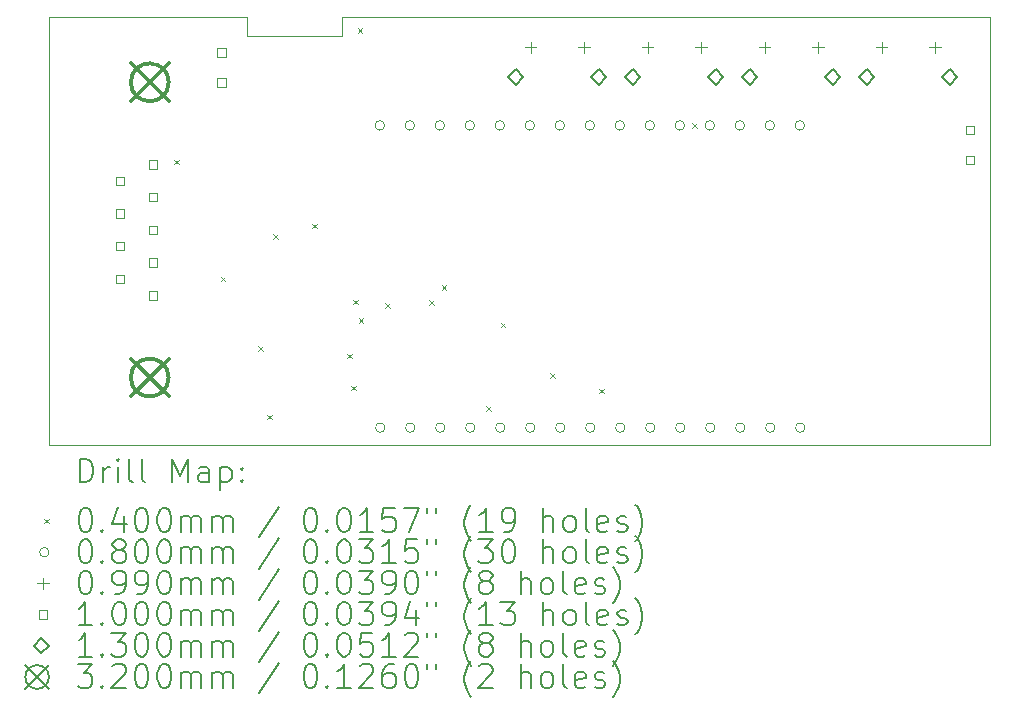
<source format=gbr>
%TF.GenerationSoftware,KiCad,Pcbnew,7.0.11*%
%TF.CreationDate,2024-12-08T19:05:54-06:00*%
%TF.ProjectId,WiRSa,57695253-612e-46b6-9963-61645f706362,rev?*%
%TF.SameCoordinates,Original*%
%TF.FileFunction,Drillmap*%
%TF.FilePolarity,Positive*%
%FSLAX45Y45*%
G04 Gerber Fmt 4.5, Leading zero omitted, Abs format (unit mm)*
G04 Created by KiCad (PCBNEW 7.0.11) date 2024-12-08 19:05:54*
%MOMM*%
%LPD*%
G01*
G04 APERTURE LIST*
%ADD10C,0.050000*%
%ADD11C,0.200000*%
%ADD12C,0.100000*%
%ADD13C,0.130000*%
%ADD14C,0.320000*%
G04 APERTURE END LIST*
D10*
X12549200Y-7347200D02*
X12549200Y-10974000D01*
X7061200Y-7347200D02*
X12549200Y-7347200D01*
X6261100Y-7347200D02*
X6261100Y-7512800D01*
X12549200Y-10974000D02*
X4584700Y-10974000D01*
X4584700Y-7347200D02*
X6261100Y-7347200D01*
X7061200Y-7512800D02*
X7061200Y-7347200D01*
X6261100Y-7512800D02*
X7061200Y-7512800D01*
X4584700Y-10974000D02*
X4584700Y-7347200D01*
D11*
D12*
X5639000Y-8557270D02*
X5679000Y-8597270D01*
X5679000Y-8557270D02*
X5639000Y-8597270D01*
X6034730Y-9546090D02*
X6074730Y-9586090D01*
X6074730Y-9546090D02*
X6034730Y-9586090D01*
X6351400Y-10136160D02*
X6391400Y-10176160D01*
X6391400Y-10136160D02*
X6351400Y-10176160D01*
X6426620Y-10715690D02*
X6466620Y-10755690D01*
X6466620Y-10715690D02*
X6426620Y-10755690D01*
X6478730Y-9184220D02*
X6518730Y-9224220D01*
X6518730Y-9184220D02*
X6478730Y-9224220D01*
X6812600Y-9098600D02*
X6852600Y-9138600D01*
X6852600Y-9098600D02*
X6812600Y-9138600D01*
X7106120Y-10199310D02*
X7146120Y-10239310D01*
X7146120Y-10199310D02*
X7106120Y-10239310D01*
X7142800Y-10470200D02*
X7182800Y-10510200D01*
X7182800Y-10470200D02*
X7142800Y-10510200D01*
X7156550Y-9742090D02*
X7196550Y-9782090D01*
X7196550Y-9742090D02*
X7156550Y-9782090D01*
X7195760Y-7442690D02*
X7235760Y-7482690D01*
X7235760Y-7442690D02*
X7195760Y-7482690D01*
X7203270Y-9901180D02*
X7243270Y-9941180D01*
X7243270Y-9901180D02*
X7203270Y-9941180D01*
X7429180Y-9768750D02*
X7469180Y-9808750D01*
X7469180Y-9768750D02*
X7429180Y-9808750D01*
X7802920Y-9743410D02*
X7842920Y-9783410D01*
X7842920Y-9743410D02*
X7802920Y-9783410D01*
X7907660Y-9621370D02*
X7947660Y-9661370D01*
X7947660Y-9621370D02*
X7907660Y-9661370D01*
X8281210Y-10642410D02*
X8321210Y-10682410D01*
X8321210Y-10642410D02*
X8281210Y-10682410D01*
X8406870Y-9936890D02*
X8446870Y-9976890D01*
X8446870Y-9936890D02*
X8406870Y-9976890D01*
X8822680Y-10365040D02*
X8862680Y-10405040D01*
X8862680Y-10365040D02*
X8822680Y-10405040D01*
X9241000Y-10494860D02*
X9281000Y-10534860D01*
X9281000Y-10494860D02*
X9241000Y-10534860D01*
X10029950Y-8249180D02*
X10069950Y-8289180D01*
X10069950Y-8249180D02*
X10029950Y-8289180D01*
X7422952Y-8266357D02*
G75*
G03*
X7342952Y-8266357I-40000J0D01*
G01*
X7342952Y-8266357D02*
G75*
G03*
X7422952Y-8266357I40000J0D01*
G01*
X7427060Y-10825703D02*
G75*
G03*
X7347060Y-10825703I-40000J0D01*
G01*
X7347060Y-10825703D02*
G75*
G03*
X7427060Y-10825703I40000J0D01*
G01*
X7676952Y-8266357D02*
G75*
G03*
X7596952Y-8266357I-40000J0D01*
G01*
X7596952Y-8266357D02*
G75*
G03*
X7676952Y-8266357I40000J0D01*
G01*
X7681060Y-10825703D02*
G75*
G03*
X7601060Y-10825703I-40000J0D01*
G01*
X7601060Y-10825703D02*
G75*
G03*
X7681060Y-10825703I40000J0D01*
G01*
X7930952Y-8266357D02*
G75*
G03*
X7850952Y-8266357I-40000J0D01*
G01*
X7850952Y-8266357D02*
G75*
G03*
X7930952Y-8266357I40000J0D01*
G01*
X7935060Y-10825703D02*
G75*
G03*
X7855060Y-10825703I-40000J0D01*
G01*
X7855060Y-10825703D02*
G75*
G03*
X7935060Y-10825703I40000J0D01*
G01*
X8184952Y-8266357D02*
G75*
G03*
X8104952Y-8266357I-40000J0D01*
G01*
X8104952Y-8266357D02*
G75*
G03*
X8184952Y-8266357I40000J0D01*
G01*
X8189060Y-10825703D02*
G75*
G03*
X8109060Y-10825703I-40000J0D01*
G01*
X8109060Y-10825703D02*
G75*
G03*
X8189060Y-10825703I40000J0D01*
G01*
X8438953Y-8266357D02*
G75*
G03*
X8358952Y-8266357I-40000J0D01*
G01*
X8358952Y-8266357D02*
G75*
G03*
X8438953Y-8266357I40000J0D01*
G01*
X8443060Y-10825703D02*
G75*
G03*
X8363060Y-10825703I-40000J0D01*
G01*
X8363060Y-10825703D02*
G75*
G03*
X8443060Y-10825703I40000J0D01*
G01*
X8692953Y-8266357D02*
G75*
G03*
X8612953Y-8266357I-40000J0D01*
G01*
X8612953Y-8266357D02*
G75*
G03*
X8692953Y-8266357I40000J0D01*
G01*
X8697060Y-10825703D02*
G75*
G03*
X8617060Y-10825703I-40000J0D01*
G01*
X8617060Y-10825703D02*
G75*
G03*
X8697060Y-10825703I40000J0D01*
G01*
X8946953Y-8266357D02*
G75*
G03*
X8866953Y-8266357I-40000J0D01*
G01*
X8866953Y-8266357D02*
G75*
G03*
X8946953Y-8266357I40000J0D01*
G01*
X8951060Y-10825703D02*
G75*
G03*
X8871060Y-10825703I-40000J0D01*
G01*
X8871060Y-10825703D02*
G75*
G03*
X8951060Y-10825703I40000J0D01*
G01*
X9200953Y-8266357D02*
G75*
G03*
X9120953Y-8266357I-40000J0D01*
G01*
X9120953Y-8266357D02*
G75*
G03*
X9200953Y-8266357I40000J0D01*
G01*
X9205060Y-10825703D02*
G75*
G03*
X9125060Y-10825703I-40000J0D01*
G01*
X9125060Y-10825703D02*
G75*
G03*
X9205060Y-10825703I40000J0D01*
G01*
X9454953Y-8266357D02*
G75*
G03*
X9374953Y-8266357I-40000J0D01*
G01*
X9374953Y-8266357D02*
G75*
G03*
X9454953Y-8266357I40000J0D01*
G01*
X9459060Y-10825703D02*
G75*
G03*
X9379060Y-10825703I-40000J0D01*
G01*
X9379060Y-10825703D02*
G75*
G03*
X9459060Y-10825703I40000J0D01*
G01*
X9708953Y-8266357D02*
G75*
G03*
X9628953Y-8266357I-40000J0D01*
G01*
X9628953Y-8266357D02*
G75*
G03*
X9708953Y-8266357I40000J0D01*
G01*
X9713060Y-10825703D02*
G75*
G03*
X9633060Y-10825703I-40000J0D01*
G01*
X9633060Y-10825703D02*
G75*
G03*
X9713060Y-10825703I40000J0D01*
G01*
X9962953Y-8266357D02*
G75*
G03*
X9882953Y-8266357I-40000J0D01*
G01*
X9882953Y-8266357D02*
G75*
G03*
X9962953Y-8266357I40000J0D01*
G01*
X9967060Y-10825703D02*
G75*
G03*
X9887060Y-10825703I-40000J0D01*
G01*
X9887060Y-10825703D02*
G75*
G03*
X9967060Y-10825703I40000J0D01*
G01*
X10216953Y-8266357D02*
G75*
G03*
X10136953Y-8266357I-40000J0D01*
G01*
X10136953Y-8266357D02*
G75*
G03*
X10216953Y-8266357I40000J0D01*
G01*
X10221060Y-10825703D02*
G75*
G03*
X10141060Y-10825703I-40000J0D01*
G01*
X10141060Y-10825703D02*
G75*
G03*
X10221060Y-10825703I40000J0D01*
G01*
X10470953Y-8266357D02*
G75*
G03*
X10390953Y-8266357I-40000J0D01*
G01*
X10390953Y-8266357D02*
G75*
G03*
X10470953Y-8266357I40000J0D01*
G01*
X10475060Y-10825703D02*
G75*
G03*
X10395060Y-10825703I-40000J0D01*
G01*
X10395060Y-10825703D02*
G75*
G03*
X10475060Y-10825703I40000J0D01*
G01*
X10724953Y-8266357D02*
G75*
G03*
X10644953Y-8266357I-40000J0D01*
G01*
X10644953Y-8266357D02*
G75*
G03*
X10724953Y-8266357I40000J0D01*
G01*
X10729060Y-10825703D02*
G75*
G03*
X10649060Y-10825703I-40000J0D01*
G01*
X10649060Y-10825703D02*
G75*
G03*
X10729060Y-10825703I40000J0D01*
G01*
X10978953Y-8266357D02*
G75*
G03*
X10898953Y-8266357I-40000J0D01*
G01*
X10898953Y-8266357D02*
G75*
G03*
X10978953Y-8266357I40000J0D01*
G01*
X10983060Y-10825703D02*
G75*
G03*
X10903060Y-10825703I-40000J0D01*
G01*
X10903060Y-10825703D02*
G75*
G03*
X10983060Y-10825703I40000J0D01*
G01*
X8659800Y-7557450D02*
X8659800Y-7656450D01*
X8610300Y-7606950D02*
X8709300Y-7606950D01*
X9109800Y-7557450D02*
X9109800Y-7656450D01*
X9060300Y-7606950D02*
X9159300Y-7606950D01*
X9650400Y-7557450D02*
X9650400Y-7656450D01*
X9600900Y-7606950D02*
X9699900Y-7606950D01*
X10100400Y-7557450D02*
X10100400Y-7656450D01*
X10050900Y-7606950D02*
X10149900Y-7606950D01*
X10641000Y-7557450D02*
X10641000Y-7656450D01*
X10591500Y-7606950D02*
X10690500Y-7606950D01*
X11091000Y-7557450D02*
X11091000Y-7656450D01*
X11041500Y-7606950D02*
X11140500Y-7606950D01*
X11631600Y-7557450D02*
X11631600Y-7656450D01*
X11582100Y-7606950D02*
X11681100Y-7606950D01*
X12081600Y-7557450D02*
X12081600Y-7656450D01*
X12032100Y-7606950D02*
X12131100Y-7606950D01*
X5216956Y-8771156D02*
X5216956Y-8700444D01*
X5146244Y-8700444D01*
X5146244Y-8771156D01*
X5216956Y-8771156D01*
X5216956Y-9048156D02*
X5216956Y-8977444D01*
X5146244Y-8977444D01*
X5146244Y-9048156D01*
X5216956Y-9048156D01*
X5216956Y-9325156D02*
X5216956Y-9254444D01*
X5146244Y-9254444D01*
X5146244Y-9325156D01*
X5216956Y-9325156D01*
X5216956Y-9602156D02*
X5216956Y-9531444D01*
X5146244Y-9531444D01*
X5146244Y-9602156D01*
X5216956Y-9602156D01*
X5500956Y-8632656D02*
X5500956Y-8561944D01*
X5430244Y-8561944D01*
X5430244Y-8632656D01*
X5500956Y-8632656D01*
X5500956Y-8909656D02*
X5500956Y-8838944D01*
X5430244Y-8838944D01*
X5430244Y-8909656D01*
X5500956Y-8909656D01*
X5500956Y-9186656D02*
X5500956Y-9115944D01*
X5430244Y-9115944D01*
X5430244Y-9186656D01*
X5500956Y-9186656D01*
X5500956Y-9463656D02*
X5500956Y-9392944D01*
X5430244Y-9392944D01*
X5430244Y-9463656D01*
X5500956Y-9463656D01*
X5500956Y-9740656D02*
X5500956Y-9669944D01*
X5430244Y-9669944D01*
X5430244Y-9740656D01*
X5500956Y-9740656D01*
X6078956Y-7685356D02*
X6078956Y-7614644D01*
X6008244Y-7614644D01*
X6008244Y-7685356D01*
X6078956Y-7685356D01*
X6078956Y-7939356D02*
X6078956Y-7868644D01*
X6008244Y-7868644D01*
X6008244Y-7939356D01*
X6078956Y-7939356D01*
X12417856Y-8341156D02*
X12417856Y-8270444D01*
X12347144Y-8270444D01*
X12347144Y-8341156D01*
X12417856Y-8341156D01*
X12417856Y-8595156D02*
X12417856Y-8524444D01*
X12347144Y-8524444D01*
X12347144Y-8595156D01*
X12417856Y-8595156D01*
D13*
X8534800Y-7920950D02*
X8599800Y-7855950D01*
X8534800Y-7790950D01*
X8469800Y-7855950D01*
X8534800Y-7920950D01*
X9235800Y-7920950D02*
X9300800Y-7855950D01*
X9235800Y-7790950D01*
X9170800Y-7855950D01*
X9235800Y-7920950D01*
X9525400Y-7920950D02*
X9590400Y-7855950D01*
X9525400Y-7790950D01*
X9460400Y-7855950D01*
X9525400Y-7920950D01*
X10226400Y-7920950D02*
X10291400Y-7855950D01*
X10226400Y-7790950D01*
X10161400Y-7855950D01*
X10226400Y-7920950D01*
X10516000Y-7920950D02*
X10581000Y-7855950D01*
X10516000Y-7790950D01*
X10451000Y-7855950D01*
X10516000Y-7920950D01*
X11217000Y-7920950D02*
X11282000Y-7855950D01*
X11217000Y-7790950D01*
X11152000Y-7855950D01*
X11217000Y-7920950D01*
X11506600Y-7920950D02*
X11571600Y-7855950D01*
X11506600Y-7790950D01*
X11441600Y-7855950D01*
X11506600Y-7920950D01*
X12207600Y-7920950D02*
X12272600Y-7855950D01*
X12207600Y-7790950D01*
X12142600Y-7855950D01*
X12207600Y-7920950D01*
D14*
X5275600Y-7741300D02*
X5595600Y-8061300D01*
X5595600Y-7741300D02*
X5275600Y-8061300D01*
X5595600Y-7901300D02*
G75*
G03*
X5275600Y-7901300I-160000J0D01*
G01*
X5275600Y-7901300D02*
G75*
G03*
X5595600Y-7901300I160000J0D01*
G01*
X5275600Y-10241300D02*
X5595600Y-10561300D01*
X5595600Y-10241300D02*
X5275600Y-10561300D01*
X5595600Y-10401300D02*
G75*
G03*
X5275600Y-10401300I-160000J0D01*
G01*
X5275600Y-10401300D02*
G75*
G03*
X5595600Y-10401300I160000J0D01*
G01*
D11*
X4842977Y-11287984D02*
X4842977Y-11087984D01*
X4842977Y-11087984D02*
X4890596Y-11087984D01*
X4890596Y-11087984D02*
X4919167Y-11097508D01*
X4919167Y-11097508D02*
X4938215Y-11116555D01*
X4938215Y-11116555D02*
X4947739Y-11135603D01*
X4947739Y-11135603D02*
X4957263Y-11173698D01*
X4957263Y-11173698D02*
X4957263Y-11202269D01*
X4957263Y-11202269D02*
X4947739Y-11240365D01*
X4947739Y-11240365D02*
X4938215Y-11259412D01*
X4938215Y-11259412D02*
X4919167Y-11278460D01*
X4919167Y-11278460D02*
X4890596Y-11287984D01*
X4890596Y-11287984D02*
X4842977Y-11287984D01*
X5042977Y-11287984D02*
X5042977Y-11154650D01*
X5042977Y-11192746D02*
X5052501Y-11173698D01*
X5052501Y-11173698D02*
X5062024Y-11164174D01*
X5062024Y-11164174D02*
X5081072Y-11154650D01*
X5081072Y-11154650D02*
X5100120Y-11154650D01*
X5166786Y-11287984D02*
X5166786Y-11154650D01*
X5166786Y-11087984D02*
X5157263Y-11097508D01*
X5157263Y-11097508D02*
X5166786Y-11107031D01*
X5166786Y-11107031D02*
X5176310Y-11097508D01*
X5176310Y-11097508D02*
X5166786Y-11087984D01*
X5166786Y-11087984D02*
X5166786Y-11107031D01*
X5290596Y-11287984D02*
X5271548Y-11278460D01*
X5271548Y-11278460D02*
X5262024Y-11259412D01*
X5262024Y-11259412D02*
X5262024Y-11087984D01*
X5395358Y-11287984D02*
X5376310Y-11278460D01*
X5376310Y-11278460D02*
X5366786Y-11259412D01*
X5366786Y-11259412D02*
X5366786Y-11087984D01*
X5623929Y-11287984D02*
X5623929Y-11087984D01*
X5623929Y-11087984D02*
X5690596Y-11230841D01*
X5690596Y-11230841D02*
X5757262Y-11087984D01*
X5757262Y-11087984D02*
X5757262Y-11287984D01*
X5938215Y-11287984D02*
X5938215Y-11183222D01*
X5938215Y-11183222D02*
X5928691Y-11164174D01*
X5928691Y-11164174D02*
X5909643Y-11154650D01*
X5909643Y-11154650D02*
X5871548Y-11154650D01*
X5871548Y-11154650D02*
X5852501Y-11164174D01*
X5938215Y-11278460D02*
X5919167Y-11287984D01*
X5919167Y-11287984D02*
X5871548Y-11287984D01*
X5871548Y-11287984D02*
X5852501Y-11278460D01*
X5852501Y-11278460D02*
X5842977Y-11259412D01*
X5842977Y-11259412D02*
X5842977Y-11240365D01*
X5842977Y-11240365D02*
X5852501Y-11221317D01*
X5852501Y-11221317D02*
X5871548Y-11211793D01*
X5871548Y-11211793D02*
X5919167Y-11211793D01*
X5919167Y-11211793D02*
X5938215Y-11202269D01*
X6033453Y-11154650D02*
X6033453Y-11354650D01*
X6033453Y-11164174D02*
X6052501Y-11154650D01*
X6052501Y-11154650D02*
X6090596Y-11154650D01*
X6090596Y-11154650D02*
X6109643Y-11164174D01*
X6109643Y-11164174D02*
X6119167Y-11173698D01*
X6119167Y-11173698D02*
X6128691Y-11192746D01*
X6128691Y-11192746D02*
X6128691Y-11249888D01*
X6128691Y-11249888D02*
X6119167Y-11268936D01*
X6119167Y-11268936D02*
X6109643Y-11278460D01*
X6109643Y-11278460D02*
X6090596Y-11287984D01*
X6090596Y-11287984D02*
X6052501Y-11287984D01*
X6052501Y-11287984D02*
X6033453Y-11278460D01*
X6214405Y-11268936D02*
X6223929Y-11278460D01*
X6223929Y-11278460D02*
X6214405Y-11287984D01*
X6214405Y-11287984D02*
X6204882Y-11278460D01*
X6204882Y-11278460D02*
X6214405Y-11268936D01*
X6214405Y-11268936D02*
X6214405Y-11287984D01*
X6214405Y-11164174D02*
X6223929Y-11173698D01*
X6223929Y-11173698D02*
X6214405Y-11183222D01*
X6214405Y-11183222D02*
X6204882Y-11173698D01*
X6204882Y-11173698D02*
X6214405Y-11164174D01*
X6214405Y-11164174D02*
X6214405Y-11183222D01*
D12*
X4542200Y-11596500D02*
X4582200Y-11636500D01*
X4582200Y-11596500D02*
X4542200Y-11636500D01*
D11*
X4881072Y-11507984D02*
X4900120Y-11507984D01*
X4900120Y-11507984D02*
X4919167Y-11517508D01*
X4919167Y-11517508D02*
X4928691Y-11527031D01*
X4928691Y-11527031D02*
X4938215Y-11546079D01*
X4938215Y-11546079D02*
X4947739Y-11584174D01*
X4947739Y-11584174D02*
X4947739Y-11631793D01*
X4947739Y-11631793D02*
X4938215Y-11669888D01*
X4938215Y-11669888D02*
X4928691Y-11688936D01*
X4928691Y-11688936D02*
X4919167Y-11698460D01*
X4919167Y-11698460D02*
X4900120Y-11707984D01*
X4900120Y-11707984D02*
X4881072Y-11707984D01*
X4881072Y-11707984D02*
X4862024Y-11698460D01*
X4862024Y-11698460D02*
X4852501Y-11688936D01*
X4852501Y-11688936D02*
X4842977Y-11669888D01*
X4842977Y-11669888D02*
X4833453Y-11631793D01*
X4833453Y-11631793D02*
X4833453Y-11584174D01*
X4833453Y-11584174D02*
X4842977Y-11546079D01*
X4842977Y-11546079D02*
X4852501Y-11527031D01*
X4852501Y-11527031D02*
X4862024Y-11517508D01*
X4862024Y-11517508D02*
X4881072Y-11507984D01*
X5033453Y-11688936D02*
X5042977Y-11698460D01*
X5042977Y-11698460D02*
X5033453Y-11707984D01*
X5033453Y-11707984D02*
X5023929Y-11698460D01*
X5023929Y-11698460D02*
X5033453Y-11688936D01*
X5033453Y-11688936D02*
X5033453Y-11707984D01*
X5214405Y-11574650D02*
X5214405Y-11707984D01*
X5166786Y-11498460D02*
X5119167Y-11641317D01*
X5119167Y-11641317D02*
X5242977Y-11641317D01*
X5357263Y-11507984D02*
X5376310Y-11507984D01*
X5376310Y-11507984D02*
X5395358Y-11517508D01*
X5395358Y-11517508D02*
X5404882Y-11527031D01*
X5404882Y-11527031D02*
X5414405Y-11546079D01*
X5414405Y-11546079D02*
X5423929Y-11584174D01*
X5423929Y-11584174D02*
X5423929Y-11631793D01*
X5423929Y-11631793D02*
X5414405Y-11669888D01*
X5414405Y-11669888D02*
X5404882Y-11688936D01*
X5404882Y-11688936D02*
X5395358Y-11698460D01*
X5395358Y-11698460D02*
X5376310Y-11707984D01*
X5376310Y-11707984D02*
X5357263Y-11707984D01*
X5357263Y-11707984D02*
X5338215Y-11698460D01*
X5338215Y-11698460D02*
X5328691Y-11688936D01*
X5328691Y-11688936D02*
X5319167Y-11669888D01*
X5319167Y-11669888D02*
X5309644Y-11631793D01*
X5309644Y-11631793D02*
X5309644Y-11584174D01*
X5309644Y-11584174D02*
X5319167Y-11546079D01*
X5319167Y-11546079D02*
X5328691Y-11527031D01*
X5328691Y-11527031D02*
X5338215Y-11517508D01*
X5338215Y-11517508D02*
X5357263Y-11507984D01*
X5547739Y-11507984D02*
X5566786Y-11507984D01*
X5566786Y-11507984D02*
X5585834Y-11517508D01*
X5585834Y-11517508D02*
X5595358Y-11527031D01*
X5595358Y-11527031D02*
X5604882Y-11546079D01*
X5604882Y-11546079D02*
X5614405Y-11584174D01*
X5614405Y-11584174D02*
X5614405Y-11631793D01*
X5614405Y-11631793D02*
X5604882Y-11669888D01*
X5604882Y-11669888D02*
X5595358Y-11688936D01*
X5595358Y-11688936D02*
X5585834Y-11698460D01*
X5585834Y-11698460D02*
X5566786Y-11707984D01*
X5566786Y-11707984D02*
X5547739Y-11707984D01*
X5547739Y-11707984D02*
X5528691Y-11698460D01*
X5528691Y-11698460D02*
X5519167Y-11688936D01*
X5519167Y-11688936D02*
X5509644Y-11669888D01*
X5509644Y-11669888D02*
X5500120Y-11631793D01*
X5500120Y-11631793D02*
X5500120Y-11584174D01*
X5500120Y-11584174D02*
X5509644Y-11546079D01*
X5509644Y-11546079D02*
X5519167Y-11527031D01*
X5519167Y-11527031D02*
X5528691Y-11517508D01*
X5528691Y-11517508D02*
X5547739Y-11507984D01*
X5700120Y-11707984D02*
X5700120Y-11574650D01*
X5700120Y-11593698D02*
X5709643Y-11584174D01*
X5709643Y-11584174D02*
X5728691Y-11574650D01*
X5728691Y-11574650D02*
X5757263Y-11574650D01*
X5757263Y-11574650D02*
X5776310Y-11584174D01*
X5776310Y-11584174D02*
X5785834Y-11603222D01*
X5785834Y-11603222D02*
X5785834Y-11707984D01*
X5785834Y-11603222D02*
X5795358Y-11584174D01*
X5795358Y-11584174D02*
X5814405Y-11574650D01*
X5814405Y-11574650D02*
X5842977Y-11574650D01*
X5842977Y-11574650D02*
X5862024Y-11584174D01*
X5862024Y-11584174D02*
X5871548Y-11603222D01*
X5871548Y-11603222D02*
X5871548Y-11707984D01*
X5966786Y-11707984D02*
X5966786Y-11574650D01*
X5966786Y-11593698D02*
X5976310Y-11584174D01*
X5976310Y-11584174D02*
X5995358Y-11574650D01*
X5995358Y-11574650D02*
X6023929Y-11574650D01*
X6023929Y-11574650D02*
X6042977Y-11584174D01*
X6042977Y-11584174D02*
X6052501Y-11603222D01*
X6052501Y-11603222D02*
X6052501Y-11707984D01*
X6052501Y-11603222D02*
X6062024Y-11584174D01*
X6062024Y-11584174D02*
X6081072Y-11574650D01*
X6081072Y-11574650D02*
X6109643Y-11574650D01*
X6109643Y-11574650D02*
X6128691Y-11584174D01*
X6128691Y-11584174D02*
X6138215Y-11603222D01*
X6138215Y-11603222D02*
X6138215Y-11707984D01*
X6528691Y-11498460D02*
X6357263Y-11755603D01*
X6785834Y-11507984D02*
X6804882Y-11507984D01*
X6804882Y-11507984D02*
X6823929Y-11517508D01*
X6823929Y-11517508D02*
X6833453Y-11527031D01*
X6833453Y-11527031D02*
X6842977Y-11546079D01*
X6842977Y-11546079D02*
X6852501Y-11584174D01*
X6852501Y-11584174D02*
X6852501Y-11631793D01*
X6852501Y-11631793D02*
X6842977Y-11669888D01*
X6842977Y-11669888D02*
X6833453Y-11688936D01*
X6833453Y-11688936D02*
X6823929Y-11698460D01*
X6823929Y-11698460D02*
X6804882Y-11707984D01*
X6804882Y-11707984D02*
X6785834Y-11707984D01*
X6785834Y-11707984D02*
X6766786Y-11698460D01*
X6766786Y-11698460D02*
X6757263Y-11688936D01*
X6757263Y-11688936D02*
X6747739Y-11669888D01*
X6747739Y-11669888D02*
X6738215Y-11631793D01*
X6738215Y-11631793D02*
X6738215Y-11584174D01*
X6738215Y-11584174D02*
X6747739Y-11546079D01*
X6747739Y-11546079D02*
X6757263Y-11527031D01*
X6757263Y-11527031D02*
X6766786Y-11517508D01*
X6766786Y-11517508D02*
X6785834Y-11507984D01*
X6938215Y-11688936D02*
X6947739Y-11698460D01*
X6947739Y-11698460D02*
X6938215Y-11707984D01*
X6938215Y-11707984D02*
X6928691Y-11698460D01*
X6928691Y-11698460D02*
X6938215Y-11688936D01*
X6938215Y-11688936D02*
X6938215Y-11707984D01*
X7071548Y-11507984D02*
X7090596Y-11507984D01*
X7090596Y-11507984D02*
X7109644Y-11517508D01*
X7109644Y-11517508D02*
X7119167Y-11527031D01*
X7119167Y-11527031D02*
X7128691Y-11546079D01*
X7128691Y-11546079D02*
X7138215Y-11584174D01*
X7138215Y-11584174D02*
X7138215Y-11631793D01*
X7138215Y-11631793D02*
X7128691Y-11669888D01*
X7128691Y-11669888D02*
X7119167Y-11688936D01*
X7119167Y-11688936D02*
X7109644Y-11698460D01*
X7109644Y-11698460D02*
X7090596Y-11707984D01*
X7090596Y-11707984D02*
X7071548Y-11707984D01*
X7071548Y-11707984D02*
X7052501Y-11698460D01*
X7052501Y-11698460D02*
X7042977Y-11688936D01*
X7042977Y-11688936D02*
X7033453Y-11669888D01*
X7033453Y-11669888D02*
X7023929Y-11631793D01*
X7023929Y-11631793D02*
X7023929Y-11584174D01*
X7023929Y-11584174D02*
X7033453Y-11546079D01*
X7033453Y-11546079D02*
X7042977Y-11527031D01*
X7042977Y-11527031D02*
X7052501Y-11517508D01*
X7052501Y-11517508D02*
X7071548Y-11507984D01*
X7328691Y-11707984D02*
X7214406Y-11707984D01*
X7271548Y-11707984D02*
X7271548Y-11507984D01*
X7271548Y-11507984D02*
X7252501Y-11536555D01*
X7252501Y-11536555D02*
X7233453Y-11555603D01*
X7233453Y-11555603D02*
X7214406Y-11565127D01*
X7509644Y-11507984D02*
X7414406Y-11507984D01*
X7414406Y-11507984D02*
X7404882Y-11603222D01*
X7404882Y-11603222D02*
X7414406Y-11593698D01*
X7414406Y-11593698D02*
X7433453Y-11584174D01*
X7433453Y-11584174D02*
X7481072Y-11584174D01*
X7481072Y-11584174D02*
X7500120Y-11593698D01*
X7500120Y-11593698D02*
X7509644Y-11603222D01*
X7509644Y-11603222D02*
X7519167Y-11622269D01*
X7519167Y-11622269D02*
X7519167Y-11669888D01*
X7519167Y-11669888D02*
X7509644Y-11688936D01*
X7509644Y-11688936D02*
X7500120Y-11698460D01*
X7500120Y-11698460D02*
X7481072Y-11707984D01*
X7481072Y-11707984D02*
X7433453Y-11707984D01*
X7433453Y-11707984D02*
X7414406Y-11698460D01*
X7414406Y-11698460D02*
X7404882Y-11688936D01*
X7585834Y-11507984D02*
X7719167Y-11507984D01*
X7719167Y-11507984D02*
X7633453Y-11707984D01*
X7785834Y-11507984D02*
X7785834Y-11546079D01*
X7862025Y-11507984D02*
X7862025Y-11546079D01*
X8157263Y-11784174D02*
X8147739Y-11774650D01*
X8147739Y-11774650D02*
X8128691Y-11746079D01*
X8128691Y-11746079D02*
X8119168Y-11727031D01*
X8119168Y-11727031D02*
X8109644Y-11698460D01*
X8109644Y-11698460D02*
X8100120Y-11650841D01*
X8100120Y-11650841D02*
X8100120Y-11612746D01*
X8100120Y-11612746D02*
X8109644Y-11565127D01*
X8109644Y-11565127D02*
X8119168Y-11536555D01*
X8119168Y-11536555D02*
X8128691Y-11517508D01*
X8128691Y-11517508D02*
X8147739Y-11488936D01*
X8147739Y-11488936D02*
X8157263Y-11479412D01*
X8338215Y-11707984D02*
X8223929Y-11707984D01*
X8281072Y-11707984D02*
X8281072Y-11507984D01*
X8281072Y-11507984D02*
X8262025Y-11536555D01*
X8262025Y-11536555D02*
X8242977Y-11555603D01*
X8242977Y-11555603D02*
X8223929Y-11565127D01*
X8433453Y-11707984D02*
X8471549Y-11707984D01*
X8471549Y-11707984D02*
X8490596Y-11698460D01*
X8490596Y-11698460D02*
X8500120Y-11688936D01*
X8500120Y-11688936D02*
X8519168Y-11660365D01*
X8519168Y-11660365D02*
X8528691Y-11622269D01*
X8528691Y-11622269D02*
X8528691Y-11546079D01*
X8528691Y-11546079D02*
X8519168Y-11527031D01*
X8519168Y-11527031D02*
X8509644Y-11517508D01*
X8509644Y-11517508D02*
X8490596Y-11507984D01*
X8490596Y-11507984D02*
X8452501Y-11507984D01*
X8452501Y-11507984D02*
X8433453Y-11517508D01*
X8433453Y-11517508D02*
X8423930Y-11527031D01*
X8423930Y-11527031D02*
X8414406Y-11546079D01*
X8414406Y-11546079D02*
X8414406Y-11593698D01*
X8414406Y-11593698D02*
X8423930Y-11612746D01*
X8423930Y-11612746D02*
X8433453Y-11622269D01*
X8433453Y-11622269D02*
X8452501Y-11631793D01*
X8452501Y-11631793D02*
X8490596Y-11631793D01*
X8490596Y-11631793D02*
X8509644Y-11622269D01*
X8509644Y-11622269D02*
X8519168Y-11612746D01*
X8519168Y-11612746D02*
X8528691Y-11593698D01*
X8766787Y-11707984D02*
X8766787Y-11507984D01*
X8852501Y-11707984D02*
X8852501Y-11603222D01*
X8852501Y-11603222D02*
X8842977Y-11584174D01*
X8842977Y-11584174D02*
X8823930Y-11574650D01*
X8823930Y-11574650D02*
X8795358Y-11574650D01*
X8795358Y-11574650D02*
X8776311Y-11584174D01*
X8776311Y-11584174D02*
X8766787Y-11593698D01*
X8976311Y-11707984D02*
X8957263Y-11698460D01*
X8957263Y-11698460D02*
X8947739Y-11688936D01*
X8947739Y-11688936D02*
X8938215Y-11669888D01*
X8938215Y-11669888D02*
X8938215Y-11612746D01*
X8938215Y-11612746D02*
X8947739Y-11593698D01*
X8947739Y-11593698D02*
X8957263Y-11584174D01*
X8957263Y-11584174D02*
X8976311Y-11574650D01*
X8976311Y-11574650D02*
X9004882Y-11574650D01*
X9004882Y-11574650D02*
X9023930Y-11584174D01*
X9023930Y-11584174D02*
X9033453Y-11593698D01*
X9033453Y-11593698D02*
X9042977Y-11612746D01*
X9042977Y-11612746D02*
X9042977Y-11669888D01*
X9042977Y-11669888D02*
X9033453Y-11688936D01*
X9033453Y-11688936D02*
X9023930Y-11698460D01*
X9023930Y-11698460D02*
X9004882Y-11707984D01*
X9004882Y-11707984D02*
X8976311Y-11707984D01*
X9157263Y-11707984D02*
X9138215Y-11698460D01*
X9138215Y-11698460D02*
X9128692Y-11679412D01*
X9128692Y-11679412D02*
X9128692Y-11507984D01*
X9309644Y-11698460D02*
X9290596Y-11707984D01*
X9290596Y-11707984D02*
X9252501Y-11707984D01*
X9252501Y-11707984D02*
X9233453Y-11698460D01*
X9233453Y-11698460D02*
X9223930Y-11679412D01*
X9223930Y-11679412D02*
X9223930Y-11603222D01*
X9223930Y-11603222D02*
X9233453Y-11584174D01*
X9233453Y-11584174D02*
X9252501Y-11574650D01*
X9252501Y-11574650D02*
X9290596Y-11574650D01*
X9290596Y-11574650D02*
X9309644Y-11584174D01*
X9309644Y-11584174D02*
X9319168Y-11603222D01*
X9319168Y-11603222D02*
X9319168Y-11622269D01*
X9319168Y-11622269D02*
X9223930Y-11641317D01*
X9395358Y-11698460D02*
X9414406Y-11707984D01*
X9414406Y-11707984D02*
X9452501Y-11707984D01*
X9452501Y-11707984D02*
X9471549Y-11698460D01*
X9471549Y-11698460D02*
X9481073Y-11679412D01*
X9481073Y-11679412D02*
X9481073Y-11669888D01*
X9481073Y-11669888D02*
X9471549Y-11650841D01*
X9471549Y-11650841D02*
X9452501Y-11641317D01*
X9452501Y-11641317D02*
X9423930Y-11641317D01*
X9423930Y-11641317D02*
X9404882Y-11631793D01*
X9404882Y-11631793D02*
X9395358Y-11612746D01*
X9395358Y-11612746D02*
X9395358Y-11603222D01*
X9395358Y-11603222D02*
X9404882Y-11584174D01*
X9404882Y-11584174D02*
X9423930Y-11574650D01*
X9423930Y-11574650D02*
X9452501Y-11574650D01*
X9452501Y-11574650D02*
X9471549Y-11584174D01*
X9547739Y-11784174D02*
X9557263Y-11774650D01*
X9557263Y-11774650D02*
X9576311Y-11746079D01*
X9576311Y-11746079D02*
X9585834Y-11727031D01*
X9585834Y-11727031D02*
X9595358Y-11698460D01*
X9595358Y-11698460D02*
X9604882Y-11650841D01*
X9604882Y-11650841D02*
X9604882Y-11612746D01*
X9604882Y-11612746D02*
X9595358Y-11565127D01*
X9595358Y-11565127D02*
X9585834Y-11536555D01*
X9585834Y-11536555D02*
X9576311Y-11517508D01*
X9576311Y-11517508D02*
X9557263Y-11488936D01*
X9557263Y-11488936D02*
X9547739Y-11479412D01*
D12*
X4582200Y-11880500D02*
G75*
G03*
X4502200Y-11880500I-40000J0D01*
G01*
X4502200Y-11880500D02*
G75*
G03*
X4582200Y-11880500I40000J0D01*
G01*
D11*
X4881072Y-11771984D02*
X4900120Y-11771984D01*
X4900120Y-11771984D02*
X4919167Y-11781508D01*
X4919167Y-11781508D02*
X4928691Y-11791031D01*
X4928691Y-11791031D02*
X4938215Y-11810079D01*
X4938215Y-11810079D02*
X4947739Y-11848174D01*
X4947739Y-11848174D02*
X4947739Y-11895793D01*
X4947739Y-11895793D02*
X4938215Y-11933888D01*
X4938215Y-11933888D02*
X4928691Y-11952936D01*
X4928691Y-11952936D02*
X4919167Y-11962460D01*
X4919167Y-11962460D02*
X4900120Y-11971984D01*
X4900120Y-11971984D02*
X4881072Y-11971984D01*
X4881072Y-11971984D02*
X4862024Y-11962460D01*
X4862024Y-11962460D02*
X4852501Y-11952936D01*
X4852501Y-11952936D02*
X4842977Y-11933888D01*
X4842977Y-11933888D02*
X4833453Y-11895793D01*
X4833453Y-11895793D02*
X4833453Y-11848174D01*
X4833453Y-11848174D02*
X4842977Y-11810079D01*
X4842977Y-11810079D02*
X4852501Y-11791031D01*
X4852501Y-11791031D02*
X4862024Y-11781508D01*
X4862024Y-11781508D02*
X4881072Y-11771984D01*
X5033453Y-11952936D02*
X5042977Y-11962460D01*
X5042977Y-11962460D02*
X5033453Y-11971984D01*
X5033453Y-11971984D02*
X5023929Y-11962460D01*
X5023929Y-11962460D02*
X5033453Y-11952936D01*
X5033453Y-11952936D02*
X5033453Y-11971984D01*
X5157263Y-11857698D02*
X5138215Y-11848174D01*
X5138215Y-11848174D02*
X5128691Y-11838650D01*
X5128691Y-11838650D02*
X5119167Y-11819603D01*
X5119167Y-11819603D02*
X5119167Y-11810079D01*
X5119167Y-11810079D02*
X5128691Y-11791031D01*
X5128691Y-11791031D02*
X5138215Y-11781508D01*
X5138215Y-11781508D02*
X5157263Y-11771984D01*
X5157263Y-11771984D02*
X5195358Y-11771984D01*
X5195358Y-11771984D02*
X5214405Y-11781508D01*
X5214405Y-11781508D02*
X5223929Y-11791031D01*
X5223929Y-11791031D02*
X5233453Y-11810079D01*
X5233453Y-11810079D02*
X5233453Y-11819603D01*
X5233453Y-11819603D02*
X5223929Y-11838650D01*
X5223929Y-11838650D02*
X5214405Y-11848174D01*
X5214405Y-11848174D02*
X5195358Y-11857698D01*
X5195358Y-11857698D02*
X5157263Y-11857698D01*
X5157263Y-11857698D02*
X5138215Y-11867222D01*
X5138215Y-11867222D02*
X5128691Y-11876746D01*
X5128691Y-11876746D02*
X5119167Y-11895793D01*
X5119167Y-11895793D02*
X5119167Y-11933888D01*
X5119167Y-11933888D02*
X5128691Y-11952936D01*
X5128691Y-11952936D02*
X5138215Y-11962460D01*
X5138215Y-11962460D02*
X5157263Y-11971984D01*
X5157263Y-11971984D02*
X5195358Y-11971984D01*
X5195358Y-11971984D02*
X5214405Y-11962460D01*
X5214405Y-11962460D02*
X5223929Y-11952936D01*
X5223929Y-11952936D02*
X5233453Y-11933888D01*
X5233453Y-11933888D02*
X5233453Y-11895793D01*
X5233453Y-11895793D02*
X5223929Y-11876746D01*
X5223929Y-11876746D02*
X5214405Y-11867222D01*
X5214405Y-11867222D02*
X5195358Y-11857698D01*
X5357263Y-11771984D02*
X5376310Y-11771984D01*
X5376310Y-11771984D02*
X5395358Y-11781508D01*
X5395358Y-11781508D02*
X5404882Y-11791031D01*
X5404882Y-11791031D02*
X5414405Y-11810079D01*
X5414405Y-11810079D02*
X5423929Y-11848174D01*
X5423929Y-11848174D02*
X5423929Y-11895793D01*
X5423929Y-11895793D02*
X5414405Y-11933888D01*
X5414405Y-11933888D02*
X5404882Y-11952936D01*
X5404882Y-11952936D02*
X5395358Y-11962460D01*
X5395358Y-11962460D02*
X5376310Y-11971984D01*
X5376310Y-11971984D02*
X5357263Y-11971984D01*
X5357263Y-11971984D02*
X5338215Y-11962460D01*
X5338215Y-11962460D02*
X5328691Y-11952936D01*
X5328691Y-11952936D02*
X5319167Y-11933888D01*
X5319167Y-11933888D02*
X5309644Y-11895793D01*
X5309644Y-11895793D02*
X5309644Y-11848174D01*
X5309644Y-11848174D02*
X5319167Y-11810079D01*
X5319167Y-11810079D02*
X5328691Y-11791031D01*
X5328691Y-11791031D02*
X5338215Y-11781508D01*
X5338215Y-11781508D02*
X5357263Y-11771984D01*
X5547739Y-11771984D02*
X5566786Y-11771984D01*
X5566786Y-11771984D02*
X5585834Y-11781508D01*
X5585834Y-11781508D02*
X5595358Y-11791031D01*
X5595358Y-11791031D02*
X5604882Y-11810079D01*
X5604882Y-11810079D02*
X5614405Y-11848174D01*
X5614405Y-11848174D02*
X5614405Y-11895793D01*
X5614405Y-11895793D02*
X5604882Y-11933888D01*
X5604882Y-11933888D02*
X5595358Y-11952936D01*
X5595358Y-11952936D02*
X5585834Y-11962460D01*
X5585834Y-11962460D02*
X5566786Y-11971984D01*
X5566786Y-11971984D02*
X5547739Y-11971984D01*
X5547739Y-11971984D02*
X5528691Y-11962460D01*
X5528691Y-11962460D02*
X5519167Y-11952936D01*
X5519167Y-11952936D02*
X5509644Y-11933888D01*
X5509644Y-11933888D02*
X5500120Y-11895793D01*
X5500120Y-11895793D02*
X5500120Y-11848174D01*
X5500120Y-11848174D02*
X5509644Y-11810079D01*
X5509644Y-11810079D02*
X5519167Y-11791031D01*
X5519167Y-11791031D02*
X5528691Y-11781508D01*
X5528691Y-11781508D02*
X5547739Y-11771984D01*
X5700120Y-11971984D02*
X5700120Y-11838650D01*
X5700120Y-11857698D02*
X5709643Y-11848174D01*
X5709643Y-11848174D02*
X5728691Y-11838650D01*
X5728691Y-11838650D02*
X5757263Y-11838650D01*
X5757263Y-11838650D02*
X5776310Y-11848174D01*
X5776310Y-11848174D02*
X5785834Y-11867222D01*
X5785834Y-11867222D02*
X5785834Y-11971984D01*
X5785834Y-11867222D02*
X5795358Y-11848174D01*
X5795358Y-11848174D02*
X5814405Y-11838650D01*
X5814405Y-11838650D02*
X5842977Y-11838650D01*
X5842977Y-11838650D02*
X5862024Y-11848174D01*
X5862024Y-11848174D02*
X5871548Y-11867222D01*
X5871548Y-11867222D02*
X5871548Y-11971984D01*
X5966786Y-11971984D02*
X5966786Y-11838650D01*
X5966786Y-11857698D02*
X5976310Y-11848174D01*
X5976310Y-11848174D02*
X5995358Y-11838650D01*
X5995358Y-11838650D02*
X6023929Y-11838650D01*
X6023929Y-11838650D02*
X6042977Y-11848174D01*
X6042977Y-11848174D02*
X6052501Y-11867222D01*
X6052501Y-11867222D02*
X6052501Y-11971984D01*
X6052501Y-11867222D02*
X6062024Y-11848174D01*
X6062024Y-11848174D02*
X6081072Y-11838650D01*
X6081072Y-11838650D02*
X6109643Y-11838650D01*
X6109643Y-11838650D02*
X6128691Y-11848174D01*
X6128691Y-11848174D02*
X6138215Y-11867222D01*
X6138215Y-11867222D02*
X6138215Y-11971984D01*
X6528691Y-11762460D02*
X6357263Y-12019603D01*
X6785834Y-11771984D02*
X6804882Y-11771984D01*
X6804882Y-11771984D02*
X6823929Y-11781508D01*
X6823929Y-11781508D02*
X6833453Y-11791031D01*
X6833453Y-11791031D02*
X6842977Y-11810079D01*
X6842977Y-11810079D02*
X6852501Y-11848174D01*
X6852501Y-11848174D02*
X6852501Y-11895793D01*
X6852501Y-11895793D02*
X6842977Y-11933888D01*
X6842977Y-11933888D02*
X6833453Y-11952936D01*
X6833453Y-11952936D02*
X6823929Y-11962460D01*
X6823929Y-11962460D02*
X6804882Y-11971984D01*
X6804882Y-11971984D02*
X6785834Y-11971984D01*
X6785834Y-11971984D02*
X6766786Y-11962460D01*
X6766786Y-11962460D02*
X6757263Y-11952936D01*
X6757263Y-11952936D02*
X6747739Y-11933888D01*
X6747739Y-11933888D02*
X6738215Y-11895793D01*
X6738215Y-11895793D02*
X6738215Y-11848174D01*
X6738215Y-11848174D02*
X6747739Y-11810079D01*
X6747739Y-11810079D02*
X6757263Y-11791031D01*
X6757263Y-11791031D02*
X6766786Y-11781508D01*
X6766786Y-11781508D02*
X6785834Y-11771984D01*
X6938215Y-11952936D02*
X6947739Y-11962460D01*
X6947739Y-11962460D02*
X6938215Y-11971984D01*
X6938215Y-11971984D02*
X6928691Y-11962460D01*
X6928691Y-11962460D02*
X6938215Y-11952936D01*
X6938215Y-11952936D02*
X6938215Y-11971984D01*
X7071548Y-11771984D02*
X7090596Y-11771984D01*
X7090596Y-11771984D02*
X7109644Y-11781508D01*
X7109644Y-11781508D02*
X7119167Y-11791031D01*
X7119167Y-11791031D02*
X7128691Y-11810079D01*
X7128691Y-11810079D02*
X7138215Y-11848174D01*
X7138215Y-11848174D02*
X7138215Y-11895793D01*
X7138215Y-11895793D02*
X7128691Y-11933888D01*
X7128691Y-11933888D02*
X7119167Y-11952936D01*
X7119167Y-11952936D02*
X7109644Y-11962460D01*
X7109644Y-11962460D02*
X7090596Y-11971984D01*
X7090596Y-11971984D02*
X7071548Y-11971984D01*
X7071548Y-11971984D02*
X7052501Y-11962460D01*
X7052501Y-11962460D02*
X7042977Y-11952936D01*
X7042977Y-11952936D02*
X7033453Y-11933888D01*
X7033453Y-11933888D02*
X7023929Y-11895793D01*
X7023929Y-11895793D02*
X7023929Y-11848174D01*
X7023929Y-11848174D02*
X7033453Y-11810079D01*
X7033453Y-11810079D02*
X7042977Y-11791031D01*
X7042977Y-11791031D02*
X7052501Y-11781508D01*
X7052501Y-11781508D02*
X7071548Y-11771984D01*
X7204882Y-11771984D02*
X7328691Y-11771984D01*
X7328691Y-11771984D02*
X7262025Y-11848174D01*
X7262025Y-11848174D02*
X7290596Y-11848174D01*
X7290596Y-11848174D02*
X7309644Y-11857698D01*
X7309644Y-11857698D02*
X7319167Y-11867222D01*
X7319167Y-11867222D02*
X7328691Y-11886269D01*
X7328691Y-11886269D02*
X7328691Y-11933888D01*
X7328691Y-11933888D02*
X7319167Y-11952936D01*
X7319167Y-11952936D02*
X7309644Y-11962460D01*
X7309644Y-11962460D02*
X7290596Y-11971984D01*
X7290596Y-11971984D02*
X7233453Y-11971984D01*
X7233453Y-11971984D02*
X7214406Y-11962460D01*
X7214406Y-11962460D02*
X7204882Y-11952936D01*
X7519167Y-11971984D02*
X7404882Y-11971984D01*
X7462025Y-11971984D02*
X7462025Y-11771984D01*
X7462025Y-11771984D02*
X7442977Y-11800555D01*
X7442977Y-11800555D02*
X7423929Y-11819603D01*
X7423929Y-11819603D02*
X7404882Y-11829127D01*
X7700120Y-11771984D02*
X7604882Y-11771984D01*
X7604882Y-11771984D02*
X7595358Y-11867222D01*
X7595358Y-11867222D02*
X7604882Y-11857698D01*
X7604882Y-11857698D02*
X7623929Y-11848174D01*
X7623929Y-11848174D02*
X7671548Y-11848174D01*
X7671548Y-11848174D02*
X7690596Y-11857698D01*
X7690596Y-11857698D02*
X7700120Y-11867222D01*
X7700120Y-11867222D02*
X7709644Y-11886269D01*
X7709644Y-11886269D02*
X7709644Y-11933888D01*
X7709644Y-11933888D02*
X7700120Y-11952936D01*
X7700120Y-11952936D02*
X7690596Y-11962460D01*
X7690596Y-11962460D02*
X7671548Y-11971984D01*
X7671548Y-11971984D02*
X7623929Y-11971984D01*
X7623929Y-11971984D02*
X7604882Y-11962460D01*
X7604882Y-11962460D02*
X7595358Y-11952936D01*
X7785834Y-11771984D02*
X7785834Y-11810079D01*
X7862025Y-11771984D02*
X7862025Y-11810079D01*
X8157263Y-12048174D02*
X8147739Y-12038650D01*
X8147739Y-12038650D02*
X8128691Y-12010079D01*
X8128691Y-12010079D02*
X8119168Y-11991031D01*
X8119168Y-11991031D02*
X8109644Y-11962460D01*
X8109644Y-11962460D02*
X8100120Y-11914841D01*
X8100120Y-11914841D02*
X8100120Y-11876746D01*
X8100120Y-11876746D02*
X8109644Y-11829127D01*
X8109644Y-11829127D02*
X8119168Y-11800555D01*
X8119168Y-11800555D02*
X8128691Y-11781508D01*
X8128691Y-11781508D02*
X8147739Y-11752936D01*
X8147739Y-11752936D02*
X8157263Y-11743412D01*
X8214406Y-11771984D02*
X8338215Y-11771984D01*
X8338215Y-11771984D02*
X8271548Y-11848174D01*
X8271548Y-11848174D02*
X8300120Y-11848174D01*
X8300120Y-11848174D02*
X8319168Y-11857698D01*
X8319168Y-11857698D02*
X8328691Y-11867222D01*
X8328691Y-11867222D02*
X8338215Y-11886269D01*
X8338215Y-11886269D02*
X8338215Y-11933888D01*
X8338215Y-11933888D02*
X8328691Y-11952936D01*
X8328691Y-11952936D02*
X8319168Y-11962460D01*
X8319168Y-11962460D02*
X8300120Y-11971984D01*
X8300120Y-11971984D02*
X8242977Y-11971984D01*
X8242977Y-11971984D02*
X8223929Y-11962460D01*
X8223929Y-11962460D02*
X8214406Y-11952936D01*
X8462025Y-11771984D02*
X8481072Y-11771984D01*
X8481072Y-11771984D02*
X8500120Y-11781508D01*
X8500120Y-11781508D02*
X8509644Y-11791031D01*
X8509644Y-11791031D02*
X8519168Y-11810079D01*
X8519168Y-11810079D02*
X8528691Y-11848174D01*
X8528691Y-11848174D02*
X8528691Y-11895793D01*
X8528691Y-11895793D02*
X8519168Y-11933888D01*
X8519168Y-11933888D02*
X8509644Y-11952936D01*
X8509644Y-11952936D02*
X8500120Y-11962460D01*
X8500120Y-11962460D02*
X8481072Y-11971984D01*
X8481072Y-11971984D02*
X8462025Y-11971984D01*
X8462025Y-11971984D02*
X8442977Y-11962460D01*
X8442977Y-11962460D02*
X8433453Y-11952936D01*
X8433453Y-11952936D02*
X8423930Y-11933888D01*
X8423930Y-11933888D02*
X8414406Y-11895793D01*
X8414406Y-11895793D02*
X8414406Y-11848174D01*
X8414406Y-11848174D02*
X8423930Y-11810079D01*
X8423930Y-11810079D02*
X8433453Y-11791031D01*
X8433453Y-11791031D02*
X8442977Y-11781508D01*
X8442977Y-11781508D02*
X8462025Y-11771984D01*
X8766787Y-11971984D02*
X8766787Y-11771984D01*
X8852501Y-11971984D02*
X8852501Y-11867222D01*
X8852501Y-11867222D02*
X8842977Y-11848174D01*
X8842977Y-11848174D02*
X8823930Y-11838650D01*
X8823930Y-11838650D02*
X8795358Y-11838650D01*
X8795358Y-11838650D02*
X8776311Y-11848174D01*
X8776311Y-11848174D02*
X8766787Y-11857698D01*
X8976311Y-11971984D02*
X8957263Y-11962460D01*
X8957263Y-11962460D02*
X8947739Y-11952936D01*
X8947739Y-11952936D02*
X8938215Y-11933888D01*
X8938215Y-11933888D02*
X8938215Y-11876746D01*
X8938215Y-11876746D02*
X8947739Y-11857698D01*
X8947739Y-11857698D02*
X8957263Y-11848174D01*
X8957263Y-11848174D02*
X8976311Y-11838650D01*
X8976311Y-11838650D02*
X9004882Y-11838650D01*
X9004882Y-11838650D02*
X9023930Y-11848174D01*
X9023930Y-11848174D02*
X9033453Y-11857698D01*
X9033453Y-11857698D02*
X9042977Y-11876746D01*
X9042977Y-11876746D02*
X9042977Y-11933888D01*
X9042977Y-11933888D02*
X9033453Y-11952936D01*
X9033453Y-11952936D02*
X9023930Y-11962460D01*
X9023930Y-11962460D02*
X9004882Y-11971984D01*
X9004882Y-11971984D02*
X8976311Y-11971984D01*
X9157263Y-11971984D02*
X9138215Y-11962460D01*
X9138215Y-11962460D02*
X9128692Y-11943412D01*
X9128692Y-11943412D02*
X9128692Y-11771984D01*
X9309644Y-11962460D02*
X9290596Y-11971984D01*
X9290596Y-11971984D02*
X9252501Y-11971984D01*
X9252501Y-11971984D02*
X9233453Y-11962460D01*
X9233453Y-11962460D02*
X9223930Y-11943412D01*
X9223930Y-11943412D02*
X9223930Y-11867222D01*
X9223930Y-11867222D02*
X9233453Y-11848174D01*
X9233453Y-11848174D02*
X9252501Y-11838650D01*
X9252501Y-11838650D02*
X9290596Y-11838650D01*
X9290596Y-11838650D02*
X9309644Y-11848174D01*
X9309644Y-11848174D02*
X9319168Y-11867222D01*
X9319168Y-11867222D02*
X9319168Y-11886269D01*
X9319168Y-11886269D02*
X9223930Y-11905317D01*
X9395358Y-11962460D02*
X9414406Y-11971984D01*
X9414406Y-11971984D02*
X9452501Y-11971984D01*
X9452501Y-11971984D02*
X9471549Y-11962460D01*
X9471549Y-11962460D02*
X9481073Y-11943412D01*
X9481073Y-11943412D02*
X9481073Y-11933888D01*
X9481073Y-11933888D02*
X9471549Y-11914841D01*
X9471549Y-11914841D02*
X9452501Y-11905317D01*
X9452501Y-11905317D02*
X9423930Y-11905317D01*
X9423930Y-11905317D02*
X9404882Y-11895793D01*
X9404882Y-11895793D02*
X9395358Y-11876746D01*
X9395358Y-11876746D02*
X9395358Y-11867222D01*
X9395358Y-11867222D02*
X9404882Y-11848174D01*
X9404882Y-11848174D02*
X9423930Y-11838650D01*
X9423930Y-11838650D02*
X9452501Y-11838650D01*
X9452501Y-11838650D02*
X9471549Y-11848174D01*
X9547739Y-12048174D02*
X9557263Y-12038650D01*
X9557263Y-12038650D02*
X9576311Y-12010079D01*
X9576311Y-12010079D02*
X9585834Y-11991031D01*
X9585834Y-11991031D02*
X9595358Y-11962460D01*
X9595358Y-11962460D02*
X9604882Y-11914841D01*
X9604882Y-11914841D02*
X9604882Y-11876746D01*
X9604882Y-11876746D02*
X9595358Y-11829127D01*
X9595358Y-11829127D02*
X9585834Y-11800555D01*
X9585834Y-11800555D02*
X9576311Y-11781508D01*
X9576311Y-11781508D02*
X9557263Y-11752936D01*
X9557263Y-11752936D02*
X9547739Y-11743412D01*
D12*
X4532700Y-12095000D02*
X4532700Y-12194000D01*
X4483200Y-12144500D02*
X4582200Y-12144500D01*
D11*
X4881072Y-12035984D02*
X4900120Y-12035984D01*
X4900120Y-12035984D02*
X4919167Y-12045508D01*
X4919167Y-12045508D02*
X4928691Y-12055031D01*
X4928691Y-12055031D02*
X4938215Y-12074079D01*
X4938215Y-12074079D02*
X4947739Y-12112174D01*
X4947739Y-12112174D02*
X4947739Y-12159793D01*
X4947739Y-12159793D02*
X4938215Y-12197888D01*
X4938215Y-12197888D02*
X4928691Y-12216936D01*
X4928691Y-12216936D02*
X4919167Y-12226460D01*
X4919167Y-12226460D02*
X4900120Y-12235984D01*
X4900120Y-12235984D02*
X4881072Y-12235984D01*
X4881072Y-12235984D02*
X4862024Y-12226460D01*
X4862024Y-12226460D02*
X4852501Y-12216936D01*
X4852501Y-12216936D02*
X4842977Y-12197888D01*
X4842977Y-12197888D02*
X4833453Y-12159793D01*
X4833453Y-12159793D02*
X4833453Y-12112174D01*
X4833453Y-12112174D02*
X4842977Y-12074079D01*
X4842977Y-12074079D02*
X4852501Y-12055031D01*
X4852501Y-12055031D02*
X4862024Y-12045508D01*
X4862024Y-12045508D02*
X4881072Y-12035984D01*
X5033453Y-12216936D02*
X5042977Y-12226460D01*
X5042977Y-12226460D02*
X5033453Y-12235984D01*
X5033453Y-12235984D02*
X5023929Y-12226460D01*
X5023929Y-12226460D02*
X5033453Y-12216936D01*
X5033453Y-12216936D02*
X5033453Y-12235984D01*
X5138215Y-12235984D02*
X5176310Y-12235984D01*
X5176310Y-12235984D02*
X5195358Y-12226460D01*
X5195358Y-12226460D02*
X5204882Y-12216936D01*
X5204882Y-12216936D02*
X5223929Y-12188365D01*
X5223929Y-12188365D02*
X5233453Y-12150269D01*
X5233453Y-12150269D02*
X5233453Y-12074079D01*
X5233453Y-12074079D02*
X5223929Y-12055031D01*
X5223929Y-12055031D02*
X5214405Y-12045508D01*
X5214405Y-12045508D02*
X5195358Y-12035984D01*
X5195358Y-12035984D02*
X5157263Y-12035984D01*
X5157263Y-12035984D02*
X5138215Y-12045508D01*
X5138215Y-12045508D02*
X5128691Y-12055031D01*
X5128691Y-12055031D02*
X5119167Y-12074079D01*
X5119167Y-12074079D02*
X5119167Y-12121698D01*
X5119167Y-12121698D02*
X5128691Y-12140746D01*
X5128691Y-12140746D02*
X5138215Y-12150269D01*
X5138215Y-12150269D02*
X5157263Y-12159793D01*
X5157263Y-12159793D02*
X5195358Y-12159793D01*
X5195358Y-12159793D02*
X5214405Y-12150269D01*
X5214405Y-12150269D02*
X5223929Y-12140746D01*
X5223929Y-12140746D02*
X5233453Y-12121698D01*
X5328691Y-12235984D02*
X5366786Y-12235984D01*
X5366786Y-12235984D02*
X5385834Y-12226460D01*
X5385834Y-12226460D02*
X5395358Y-12216936D01*
X5395358Y-12216936D02*
X5414405Y-12188365D01*
X5414405Y-12188365D02*
X5423929Y-12150269D01*
X5423929Y-12150269D02*
X5423929Y-12074079D01*
X5423929Y-12074079D02*
X5414405Y-12055031D01*
X5414405Y-12055031D02*
X5404882Y-12045508D01*
X5404882Y-12045508D02*
X5385834Y-12035984D01*
X5385834Y-12035984D02*
X5347739Y-12035984D01*
X5347739Y-12035984D02*
X5328691Y-12045508D01*
X5328691Y-12045508D02*
X5319167Y-12055031D01*
X5319167Y-12055031D02*
X5309644Y-12074079D01*
X5309644Y-12074079D02*
X5309644Y-12121698D01*
X5309644Y-12121698D02*
X5319167Y-12140746D01*
X5319167Y-12140746D02*
X5328691Y-12150269D01*
X5328691Y-12150269D02*
X5347739Y-12159793D01*
X5347739Y-12159793D02*
X5385834Y-12159793D01*
X5385834Y-12159793D02*
X5404882Y-12150269D01*
X5404882Y-12150269D02*
X5414405Y-12140746D01*
X5414405Y-12140746D02*
X5423929Y-12121698D01*
X5547739Y-12035984D02*
X5566786Y-12035984D01*
X5566786Y-12035984D02*
X5585834Y-12045508D01*
X5585834Y-12045508D02*
X5595358Y-12055031D01*
X5595358Y-12055031D02*
X5604882Y-12074079D01*
X5604882Y-12074079D02*
X5614405Y-12112174D01*
X5614405Y-12112174D02*
X5614405Y-12159793D01*
X5614405Y-12159793D02*
X5604882Y-12197888D01*
X5604882Y-12197888D02*
X5595358Y-12216936D01*
X5595358Y-12216936D02*
X5585834Y-12226460D01*
X5585834Y-12226460D02*
X5566786Y-12235984D01*
X5566786Y-12235984D02*
X5547739Y-12235984D01*
X5547739Y-12235984D02*
X5528691Y-12226460D01*
X5528691Y-12226460D02*
X5519167Y-12216936D01*
X5519167Y-12216936D02*
X5509644Y-12197888D01*
X5509644Y-12197888D02*
X5500120Y-12159793D01*
X5500120Y-12159793D02*
X5500120Y-12112174D01*
X5500120Y-12112174D02*
X5509644Y-12074079D01*
X5509644Y-12074079D02*
X5519167Y-12055031D01*
X5519167Y-12055031D02*
X5528691Y-12045508D01*
X5528691Y-12045508D02*
X5547739Y-12035984D01*
X5700120Y-12235984D02*
X5700120Y-12102650D01*
X5700120Y-12121698D02*
X5709643Y-12112174D01*
X5709643Y-12112174D02*
X5728691Y-12102650D01*
X5728691Y-12102650D02*
X5757263Y-12102650D01*
X5757263Y-12102650D02*
X5776310Y-12112174D01*
X5776310Y-12112174D02*
X5785834Y-12131222D01*
X5785834Y-12131222D02*
X5785834Y-12235984D01*
X5785834Y-12131222D02*
X5795358Y-12112174D01*
X5795358Y-12112174D02*
X5814405Y-12102650D01*
X5814405Y-12102650D02*
X5842977Y-12102650D01*
X5842977Y-12102650D02*
X5862024Y-12112174D01*
X5862024Y-12112174D02*
X5871548Y-12131222D01*
X5871548Y-12131222D02*
X5871548Y-12235984D01*
X5966786Y-12235984D02*
X5966786Y-12102650D01*
X5966786Y-12121698D02*
X5976310Y-12112174D01*
X5976310Y-12112174D02*
X5995358Y-12102650D01*
X5995358Y-12102650D02*
X6023929Y-12102650D01*
X6023929Y-12102650D02*
X6042977Y-12112174D01*
X6042977Y-12112174D02*
X6052501Y-12131222D01*
X6052501Y-12131222D02*
X6052501Y-12235984D01*
X6052501Y-12131222D02*
X6062024Y-12112174D01*
X6062024Y-12112174D02*
X6081072Y-12102650D01*
X6081072Y-12102650D02*
X6109643Y-12102650D01*
X6109643Y-12102650D02*
X6128691Y-12112174D01*
X6128691Y-12112174D02*
X6138215Y-12131222D01*
X6138215Y-12131222D02*
X6138215Y-12235984D01*
X6528691Y-12026460D02*
X6357263Y-12283603D01*
X6785834Y-12035984D02*
X6804882Y-12035984D01*
X6804882Y-12035984D02*
X6823929Y-12045508D01*
X6823929Y-12045508D02*
X6833453Y-12055031D01*
X6833453Y-12055031D02*
X6842977Y-12074079D01*
X6842977Y-12074079D02*
X6852501Y-12112174D01*
X6852501Y-12112174D02*
X6852501Y-12159793D01*
X6852501Y-12159793D02*
X6842977Y-12197888D01*
X6842977Y-12197888D02*
X6833453Y-12216936D01*
X6833453Y-12216936D02*
X6823929Y-12226460D01*
X6823929Y-12226460D02*
X6804882Y-12235984D01*
X6804882Y-12235984D02*
X6785834Y-12235984D01*
X6785834Y-12235984D02*
X6766786Y-12226460D01*
X6766786Y-12226460D02*
X6757263Y-12216936D01*
X6757263Y-12216936D02*
X6747739Y-12197888D01*
X6747739Y-12197888D02*
X6738215Y-12159793D01*
X6738215Y-12159793D02*
X6738215Y-12112174D01*
X6738215Y-12112174D02*
X6747739Y-12074079D01*
X6747739Y-12074079D02*
X6757263Y-12055031D01*
X6757263Y-12055031D02*
X6766786Y-12045508D01*
X6766786Y-12045508D02*
X6785834Y-12035984D01*
X6938215Y-12216936D02*
X6947739Y-12226460D01*
X6947739Y-12226460D02*
X6938215Y-12235984D01*
X6938215Y-12235984D02*
X6928691Y-12226460D01*
X6928691Y-12226460D02*
X6938215Y-12216936D01*
X6938215Y-12216936D02*
X6938215Y-12235984D01*
X7071548Y-12035984D02*
X7090596Y-12035984D01*
X7090596Y-12035984D02*
X7109644Y-12045508D01*
X7109644Y-12045508D02*
X7119167Y-12055031D01*
X7119167Y-12055031D02*
X7128691Y-12074079D01*
X7128691Y-12074079D02*
X7138215Y-12112174D01*
X7138215Y-12112174D02*
X7138215Y-12159793D01*
X7138215Y-12159793D02*
X7128691Y-12197888D01*
X7128691Y-12197888D02*
X7119167Y-12216936D01*
X7119167Y-12216936D02*
X7109644Y-12226460D01*
X7109644Y-12226460D02*
X7090596Y-12235984D01*
X7090596Y-12235984D02*
X7071548Y-12235984D01*
X7071548Y-12235984D02*
X7052501Y-12226460D01*
X7052501Y-12226460D02*
X7042977Y-12216936D01*
X7042977Y-12216936D02*
X7033453Y-12197888D01*
X7033453Y-12197888D02*
X7023929Y-12159793D01*
X7023929Y-12159793D02*
X7023929Y-12112174D01*
X7023929Y-12112174D02*
X7033453Y-12074079D01*
X7033453Y-12074079D02*
X7042977Y-12055031D01*
X7042977Y-12055031D02*
X7052501Y-12045508D01*
X7052501Y-12045508D02*
X7071548Y-12035984D01*
X7204882Y-12035984D02*
X7328691Y-12035984D01*
X7328691Y-12035984D02*
X7262025Y-12112174D01*
X7262025Y-12112174D02*
X7290596Y-12112174D01*
X7290596Y-12112174D02*
X7309644Y-12121698D01*
X7309644Y-12121698D02*
X7319167Y-12131222D01*
X7319167Y-12131222D02*
X7328691Y-12150269D01*
X7328691Y-12150269D02*
X7328691Y-12197888D01*
X7328691Y-12197888D02*
X7319167Y-12216936D01*
X7319167Y-12216936D02*
X7309644Y-12226460D01*
X7309644Y-12226460D02*
X7290596Y-12235984D01*
X7290596Y-12235984D02*
X7233453Y-12235984D01*
X7233453Y-12235984D02*
X7214406Y-12226460D01*
X7214406Y-12226460D02*
X7204882Y-12216936D01*
X7423929Y-12235984D02*
X7462025Y-12235984D01*
X7462025Y-12235984D02*
X7481072Y-12226460D01*
X7481072Y-12226460D02*
X7490596Y-12216936D01*
X7490596Y-12216936D02*
X7509644Y-12188365D01*
X7509644Y-12188365D02*
X7519167Y-12150269D01*
X7519167Y-12150269D02*
X7519167Y-12074079D01*
X7519167Y-12074079D02*
X7509644Y-12055031D01*
X7509644Y-12055031D02*
X7500120Y-12045508D01*
X7500120Y-12045508D02*
X7481072Y-12035984D01*
X7481072Y-12035984D02*
X7442977Y-12035984D01*
X7442977Y-12035984D02*
X7423929Y-12045508D01*
X7423929Y-12045508D02*
X7414406Y-12055031D01*
X7414406Y-12055031D02*
X7404882Y-12074079D01*
X7404882Y-12074079D02*
X7404882Y-12121698D01*
X7404882Y-12121698D02*
X7414406Y-12140746D01*
X7414406Y-12140746D02*
X7423929Y-12150269D01*
X7423929Y-12150269D02*
X7442977Y-12159793D01*
X7442977Y-12159793D02*
X7481072Y-12159793D01*
X7481072Y-12159793D02*
X7500120Y-12150269D01*
X7500120Y-12150269D02*
X7509644Y-12140746D01*
X7509644Y-12140746D02*
X7519167Y-12121698D01*
X7642977Y-12035984D02*
X7662025Y-12035984D01*
X7662025Y-12035984D02*
X7681072Y-12045508D01*
X7681072Y-12045508D02*
X7690596Y-12055031D01*
X7690596Y-12055031D02*
X7700120Y-12074079D01*
X7700120Y-12074079D02*
X7709644Y-12112174D01*
X7709644Y-12112174D02*
X7709644Y-12159793D01*
X7709644Y-12159793D02*
X7700120Y-12197888D01*
X7700120Y-12197888D02*
X7690596Y-12216936D01*
X7690596Y-12216936D02*
X7681072Y-12226460D01*
X7681072Y-12226460D02*
X7662025Y-12235984D01*
X7662025Y-12235984D02*
X7642977Y-12235984D01*
X7642977Y-12235984D02*
X7623929Y-12226460D01*
X7623929Y-12226460D02*
X7614406Y-12216936D01*
X7614406Y-12216936D02*
X7604882Y-12197888D01*
X7604882Y-12197888D02*
X7595358Y-12159793D01*
X7595358Y-12159793D02*
X7595358Y-12112174D01*
X7595358Y-12112174D02*
X7604882Y-12074079D01*
X7604882Y-12074079D02*
X7614406Y-12055031D01*
X7614406Y-12055031D02*
X7623929Y-12045508D01*
X7623929Y-12045508D02*
X7642977Y-12035984D01*
X7785834Y-12035984D02*
X7785834Y-12074079D01*
X7862025Y-12035984D02*
X7862025Y-12074079D01*
X8157263Y-12312174D02*
X8147739Y-12302650D01*
X8147739Y-12302650D02*
X8128691Y-12274079D01*
X8128691Y-12274079D02*
X8119168Y-12255031D01*
X8119168Y-12255031D02*
X8109644Y-12226460D01*
X8109644Y-12226460D02*
X8100120Y-12178841D01*
X8100120Y-12178841D02*
X8100120Y-12140746D01*
X8100120Y-12140746D02*
X8109644Y-12093127D01*
X8109644Y-12093127D02*
X8119168Y-12064555D01*
X8119168Y-12064555D02*
X8128691Y-12045508D01*
X8128691Y-12045508D02*
X8147739Y-12016936D01*
X8147739Y-12016936D02*
X8157263Y-12007412D01*
X8262025Y-12121698D02*
X8242977Y-12112174D01*
X8242977Y-12112174D02*
X8233453Y-12102650D01*
X8233453Y-12102650D02*
X8223929Y-12083603D01*
X8223929Y-12083603D02*
X8223929Y-12074079D01*
X8223929Y-12074079D02*
X8233453Y-12055031D01*
X8233453Y-12055031D02*
X8242977Y-12045508D01*
X8242977Y-12045508D02*
X8262025Y-12035984D01*
X8262025Y-12035984D02*
X8300120Y-12035984D01*
X8300120Y-12035984D02*
X8319168Y-12045508D01*
X8319168Y-12045508D02*
X8328691Y-12055031D01*
X8328691Y-12055031D02*
X8338215Y-12074079D01*
X8338215Y-12074079D02*
X8338215Y-12083603D01*
X8338215Y-12083603D02*
X8328691Y-12102650D01*
X8328691Y-12102650D02*
X8319168Y-12112174D01*
X8319168Y-12112174D02*
X8300120Y-12121698D01*
X8300120Y-12121698D02*
X8262025Y-12121698D01*
X8262025Y-12121698D02*
X8242977Y-12131222D01*
X8242977Y-12131222D02*
X8233453Y-12140746D01*
X8233453Y-12140746D02*
X8223929Y-12159793D01*
X8223929Y-12159793D02*
X8223929Y-12197888D01*
X8223929Y-12197888D02*
X8233453Y-12216936D01*
X8233453Y-12216936D02*
X8242977Y-12226460D01*
X8242977Y-12226460D02*
X8262025Y-12235984D01*
X8262025Y-12235984D02*
X8300120Y-12235984D01*
X8300120Y-12235984D02*
X8319168Y-12226460D01*
X8319168Y-12226460D02*
X8328691Y-12216936D01*
X8328691Y-12216936D02*
X8338215Y-12197888D01*
X8338215Y-12197888D02*
X8338215Y-12159793D01*
X8338215Y-12159793D02*
X8328691Y-12140746D01*
X8328691Y-12140746D02*
X8319168Y-12131222D01*
X8319168Y-12131222D02*
X8300120Y-12121698D01*
X8576311Y-12235984D02*
X8576311Y-12035984D01*
X8662025Y-12235984D02*
X8662025Y-12131222D01*
X8662025Y-12131222D02*
X8652501Y-12112174D01*
X8652501Y-12112174D02*
X8633453Y-12102650D01*
X8633453Y-12102650D02*
X8604882Y-12102650D01*
X8604882Y-12102650D02*
X8585834Y-12112174D01*
X8585834Y-12112174D02*
X8576311Y-12121698D01*
X8785834Y-12235984D02*
X8766787Y-12226460D01*
X8766787Y-12226460D02*
X8757263Y-12216936D01*
X8757263Y-12216936D02*
X8747739Y-12197888D01*
X8747739Y-12197888D02*
X8747739Y-12140746D01*
X8747739Y-12140746D02*
X8757263Y-12121698D01*
X8757263Y-12121698D02*
X8766787Y-12112174D01*
X8766787Y-12112174D02*
X8785834Y-12102650D01*
X8785834Y-12102650D02*
X8814406Y-12102650D01*
X8814406Y-12102650D02*
X8833453Y-12112174D01*
X8833453Y-12112174D02*
X8842977Y-12121698D01*
X8842977Y-12121698D02*
X8852501Y-12140746D01*
X8852501Y-12140746D02*
X8852501Y-12197888D01*
X8852501Y-12197888D02*
X8842977Y-12216936D01*
X8842977Y-12216936D02*
X8833453Y-12226460D01*
X8833453Y-12226460D02*
X8814406Y-12235984D01*
X8814406Y-12235984D02*
X8785834Y-12235984D01*
X8966787Y-12235984D02*
X8947739Y-12226460D01*
X8947739Y-12226460D02*
X8938215Y-12207412D01*
X8938215Y-12207412D02*
X8938215Y-12035984D01*
X9119168Y-12226460D02*
X9100120Y-12235984D01*
X9100120Y-12235984D02*
X9062025Y-12235984D01*
X9062025Y-12235984D02*
X9042977Y-12226460D01*
X9042977Y-12226460D02*
X9033453Y-12207412D01*
X9033453Y-12207412D02*
X9033453Y-12131222D01*
X9033453Y-12131222D02*
X9042977Y-12112174D01*
X9042977Y-12112174D02*
X9062025Y-12102650D01*
X9062025Y-12102650D02*
X9100120Y-12102650D01*
X9100120Y-12102650D02*
X9119168Y-12112174D01*
X9119168Y-12112174D02*
X9128692Y-12131222D01*
X9128692Y-12131222D02*
X9128692Y-12150269D01*
X9128692Y-12150269D02*
X9033453Y-12169317D01*
X9204882Y-12226460D02*
X9223930Y-12235984D01*
X9223930Y-12235984D02*
X9262025Y-12235984D01*
X9262025Y-12235984D02*
X9281073Y-12226460D01*
X9281073Y-12226460D02*
X9290596Y-12207412D01*
X9290596Y-12207412D02*
X9290596Y-12197888D01*
X9290596Y-12197888D02*
X9281073Y-12178841D01*
X9281073Y-12178841D02*
X9262025Y-12169317D01*
X9262025Y-12169317D02*
X9233453Y-12169317D01*
X9233453Y-12169317D02*
X9214406Y-12159793D01*
X9214406Y-12159793D02*
X9204882Y-12140746D01*
X9204882Y-12140746D02*
X9204882Y-12131222D01*
X9204882Y-12131222D02*
X9214406Y-12112174D01*
X9214406Y-12112174D02*
X9233453Y-12102650D01*
X9233453Y-12102650D02*
X9262025Y-12102650D01*
X9262025Y-12102650D02*
X9281073Y-12112174D01*
X9357263Y-12312174D02*
X9366787Y-12302650D01*
X9366787Y-12302650D02*
X9385834Y-12274079D01*
X9385834Y-12274079D02*
X9395358Y-12255031D01*
X9395358Y-12255031D02*
X9404882Y-12226460D01*
X9404882Y-12226460D02*
X9414406Y-12178841D01*
X9414406Y-12178841D02*
X9414406Y-12140746D01*
X9414406Y-12140746D02*
X9404882Y-12093127D01*
X9404882Y-12093127D02*
X9395358Y-12064555D01*
X9395358Y-12064555D02*
X9385834Y-12045508D01*
X9385834Y-12045508D02*
X9366787Y-12016936D01*
X9366787Y-12016936D02*
X9357263Y-12007412D01*
D12*
X4567556Y-12443856D02*
X4567556Y-12373144D01*
X4496844Y-12373144D01*
X4496844Y-12443856D01*
X4567556Y-12443856D01*
D11*
X4947739Y-12499984D02*
X4833453Y-12499984D01*
X4890596Y-12499984D02*
X4890596Y-12299984D01*
X4890596Y-12299984D02*
X4871548Y-12328555D01*
X4871548Y-12328555D02*
X4852501Y-12347603D01*
X4852501Y-12347603D02*
X4833453Y-12357127D01*
X5033453Y-12480936D02*
X5042977Y-12490460D01*
X5042977Y-12490460D02*
X5033453Y-12499984D01*
X5033453Y-12499984D02*
X5023929Y-12490460D01*
X5023929Y-12490460D02*
X5033453Y-12480936D01*
X5033453Y-12480936D02*
X5033453Y-12499984D01*
X5166786Y-12299984D02*
X5185834Y-12299984D01*
X5185834Y-12299984D02*
X5204882Y-12309508D01*
X5204882Y-12309508D02*
X5214405Y-12319031D01*
X5214405Y-12319031D02*
X5223929Y-12338079D01*
X5223929Y-12338079D02*
X5233453Y-12376174D01*
X5233453Y-12376174D02*
X5233453Y-12423793D01*
X5233453Y-12423793D02*
X5223929Y-12461888D01*
X5223929Y-12461888D02*
X5214405Y-12480936D01*
X5214405Y-12480936D02*
X5204882Y-12490460D01*
X5204882Y-12490460D02*
X5185834Y-12499984D01*
X5185834Y-12499984D02*
X5166786Y-12499984D01*
X5166786Y-12499984D02*
X5147739Y-12490460D01*
X5147739Y-12490460D02*
X5138215Y-12480936D01*
X5138215Y-12480936D02*
X5128691Y-12461888D01*
X5128691Y-12461888D02*
X5119167Y-12423793D01*
X5119167Y-12423793D02*
X5119167Y-12376174D01*
X5119167Y-12376174D02*
X5128691Y-12338079D01*
X5128691Y-12338079D02*
X5138215Y-12319031D01*
X5138215Y-12319031D02*
X5147739Y-12309508D01*
X5147739Y-12309508D02*
X5166786Y-12299984D01*
X5357263Y-12299984D02*
X5376310Y-12299984D01*
X5376310Y-12299984D02*
X5395358Y-12309508D01*
X5395358Y-12309508D02*
X5404882Y-12319031D01*
X5404882Y-12319031D02*
X5414405Y-12338079D01*
X5414405Y-12338079D02*
X5423929Y-12376174D01*
X5423929Y-12376174D02*
X5423929Y-12423793D01*
X5423929Y-12423793D02*
X5414405Y-12461888D01*
X5414405Y-12461888D02*
X5404882Y-12480936D01*
X5404882Y-12480936D02*
X5395358Y-12490460D01*
X5395358Y-12490460D02*
X5376310Y-12499984D01*
X5376310Y-12499984D02*
X5357263Y-12499984D01*
X5357263Y-12499984D02*
X5338215Y-12490460D01*
X5338215Y-12490460D02*
X5328691Y-12480936D01*
X5328691Y-12480936D02*
X5319167Y-12461888D01*
X5319167Y-12461888D02*
X5309644Y-12423793D01*
X5309644Y-12423793D02*
X5309644Y-12376174D01*
X5309644Y-12376174D02*
X5319167Y-12338079D01*
X5319167Y-12338079D02*
X5328691Y-12319031D01*
X5328691Y-12319031D02*
X5338215Y-12309508D01*
X5338215Y-12309508D02*
X5357263Y-12299984D01*
X5547739Y-12299984D02*
X5566786Y-12299984D01*
X5566786Y-12299984D02*
X5585834Y-12309508D01*
X5585834Y-12309508D02*
X5595358Y-12319031D01*
X5595358Y-12319031D02*
X5604882Y-12338079D01*
X5604882Y-12338079D02*
X5614405Y-12376174D01*
X5614405Y-12376174D02*
X5614405Y-12423793D01*
X5614405Y-12423793D02*
X5604882Y-12461888D01*
X5604882Y-12461888D02*
X5595358Y-12480936D01*
X5595358Y-12480936D02*
X5585834Y-12490460D01*
X5585834Y-12490460D02*
X5566786Y-12499984D01*
X5566786Y-12499984D02*
X5547739Y-12499984D01*
X5547739Y-12499984D02*
X5528691Y-12490460D01*
X5528691Y-12490460D02*
X5519167Y-12480936D01*
X5519167Y-12480936D02*
X5509644Y-12461888D01*
X5509644Y-12461888D02*
X5500120Y-12423793D01*
X5500120Y-12423793D02*
X5500120Y-12376174D01*
X5500120Y-12376174D02*
X5509644Y-12338079D01*
X5509644Y-12338079D02*
X5519167Y-12319031D01*
X5519167Y-12319031D02*
X5528691Y-12309508D01*
X5528691Y-12309508D02*
X5547739Y-12299984D01*
X5700120Y-12499984D02*
X5700120Y-12366650D01*
X5700120Y-12385698D02*
X5709643Y-12376174D01*
X5709643Y-12376174D02*
X5728691Y-12366650D01*
X5728691Y-12366650D02*
X5757263Y-12366650D01*
X5757263Y-12366650D02*
X5776310Y-12376174D01*
X5776310Y-12376174D02*
X5785834Y-12395222D01*
X5785834Y-12395222D02*
X5785834Y-12499984D01*
X5785834Y-12395222D02*
X5795358Y-12376174D01*
X5795358Y-12376174D02*
X5814405Y-12366650D01*
X5814405Y-12366650D02*
X5842977Y-12366650D01*
X5842977Y-12366650D02*
X5862024Y-12376174D01*
X5862024Y-12376174D02*
X5871548Y-12395222D01*
X5871548Y-12395222D02*
X5871548Y-12499984D01*
X5966786Y-12499984D02*
X5966786Y-12366650D01*
X5966786Y-12385698D02*
X5976310Y-12376174D01*
X5976310Y-12376174D02*
X5995358Y-12366650D01*
X5995358Y-12366650D02*
X6023929Y-12366650D01*
X6023929Y-12366650D02*
X6042977Y-12376174D01*
X6042977Y-12376174D02*
X6052501Y-12395222D01*
X6052501Y-12395222D02*
X6052501Y-12499984D01*
X6052501Y-12395222D02*
X6062024Y-12376174D01*
X6062024Y-12376174D02*
X6081072Y-12366650D01*
X6081072Y-12366650D02*
X6109643Y-12366650D01*
X6109643Y-12366650D02*
X6128691Y-12376174D01*
X6128691Y-12376174D02*
X6138215Y-12395222D01*
X6138215Y-12395222D02*
X6138215Y-12499984D01*
X6528691Y-12290460D02*
X6357263Y-12547603D01*
X6785834Y-12299984D02*
X6804882Y-12299984D01*
X6804882Y-12299984D02*
X6823929Y-12309508D01*
X6823929Y-12309508D02*
X6833453Y-12319031D01*
X6833453Y-12319031D02*
X6842977Y-12338079D01*
X6842977Y-12338079D02*
X6852501Y-12376174D01*
X6852501Y-12376174D02*
X6852501Y-12423793D01*
X6852501Y-12423793D02*
X6842977Y-12461888D01*
X6842977Y-12461888D02*
X6833453Y-12480936D01*
X6833453Y-12480936D02*
X6823929Y-12490460D01*
X6823929Y-12490460D02*
X6804882Y-12499984D01*
X6804882Y-12499984D02*
X6785834Y-12499984D01*
X6785834Y-12499984D02*
X6766786Y-12490460D01*
X6766786Y-12490460D02*
X6757263Y-12480936D01*
X6757263Y-12480936D02*
X6747739Y-12461888D01*
X6747739Y-12461888D02*
X6738215Y-12423793D01*
X6738215Y-12423793D02*
X6738215Y-12376174D01*
X6738215Y-12376174D02*
X6747739Y-12338079D01*
X6747739Y-12338079D02*
X6757263Y-12319031D01*
X6757263Y-12319031D02*
X6766786Y-12309508D01*
X6766786Y-12309508D02*
X6785834Y-12299984D01*
X6938215Y-12480936D02*
X6947739Y-12490460D01*
X6947739Y-12490460D02*
X6938215Y-12499984D01*
X6938215Y-12499984D02*
X6928691Y-12490460D01*
X6928691Y-12490460D02*
X6938215Y-12480936D01*
X6938215Y-12480936D02*
X6938215Y-12499984D01*
X7071548Y-12299984D02*
X7090596Y-12299984D01*
X7090596Y-12299984D02*
X7109644Y-12309508D01*
X7109644Y-12309508D02*
X7119167Y-12319031D01*
X7119167Y-12319031D02*
X7128691Y-12338079D01*
X7128691Y-12338079D02*
X7138215Y-12376174D01*
X7138215Y-12376174D02*
X7138215Y-12423793D01*
X7138215Y-12423793D02*
X7128691Y-12461888D01*
X7128691Y-12461888D02*
X7119167Y-12480936D01*
X7119167Y-12480936D02*
X7109644Y-12490460D01*
X7109644Y-12490460D02*
X7090596Y-12499984D01*
X7090596Y-12499984D02*
X7071548Y-12499984D01*
X7071548Y-12499984D02*
X7052501Y-12490460D01*
X7052501Y-12490460D02*
X7042977Y-12480936D01*
X7042977Y-12480936D02*
X7033453Y-12461888D01*
X7033453Y-12461888D02*
X7023929Y-12423793D01*
X7023929Y-12423793D02*
X7023929Y-12376174D01*
X7023929Y-12376174D02*
X7033453Y-12338079D01*
X7033453Y-12338079D02*
X7042977Y-12319031D01*
X7042977Y-12319031D02*
X7052501Y-12309508D01*
X7052501Y-12309508D02*
X7071548Y-12299984D01*
X7204882Y-12299984D02*
X7328691Y-12299984D01*
X7328691Y-12299984D02*
X7262025Y-12376174D01*
X7262025Y-12376174D02*
X7290596Y-12376174D01*
X7290596Y-12376174D02*
X7309644Y-12385698D01*
X7309644Y-12385698D02*
X7319167Y-12395222D01*
X7319167Y-12395222D02*
X7328691Y-12414269D01*
X7328691Y-12414269D02*
X7328691Y-12461888D01*
X7328691Y-12461888D02*
X7319167Y-12480936D01*
X7319167Y-12480936D02*
X7309644Y-12490460D01*
X7309644Y-12490460D02*
X7290596Y-12499984D01*
X7290596Y-12499984D02*
X7233453Y-12499984D01*
X7233453Y-12499984D02*
X7214406Y-12490460D01*
X7214406Y-12490460D02*
X7204882Y-12480936D01*
X7423929Y-12499984D02*
X7462025Y-12499984D01*
X7462025Y-12499984D02*
X7481072Y-12490460D01*
X7481072Y-12490460D02*
X7490596Y-12480936D01*
X7490596Y-12480936D02*
X7509644Y-12452365D01*
X7509644Y-12452365D02*
X7519167Y-12414269D01*
X7519167Y-12414269D02*
X7519167Y-12338079D01*
X7519167Y-12338079D02*
X7509644Y-12319031D01*
X7509644Y-12319031D02*
X7500120Y-12309508D01*
X7500120Y-12309508D02*
X7481072Y-12299984D01*
X7481072Y-12299984D02*
X7442977Y-12299984D01*
X7442977Y-12299984D02*
X7423929Y-12309508D01*
X7423929Y-12309508D02*
X7414406Y-12319031D01*
X7414406Y-12319031D02*
X7404882Y-12338079D01*
X7404882Y-12338079D02*
X7404882Y-12385698D01*
X7404882Y-12385698D02*
X7414406Y-12404746D01*
X7414406Y-12404746D02*
X7423929Y-12414269D01*
X7423929Y-12414269D02*
X7442977Y-12423793D01*
X7442977Y-12423793D02*
X7481072Y-12423793D01*
X7481072Y-12423793D02*
X7500120Y-12414269D01*
X7500120Y-12414269D02*
X7509644Y-12404746D01*
X7509644Y-12404746D02*
X7519167Y-12385698D01*
X7690596Y-12366650D02*
X7690596Y-12499984D01*
X7642977Y-12290460D02*
X7595358Y-12433317D01*
X7595358Y-12433317D02*
X7719167Y-12433317D01*
X7785834Y-12299984D02*
X7785834Y-12338079D01*
X7862025Y-12299984D02*
X7862025Y-12338079D01*
X8157263Y-12576174D02*
X8147739Y-12566650D01*
X8147739Y-12566650D02*
X8128691Y-12538079D01*
X8128691Y-12538079D02*
X8119168Y-12519031D01*
X8119168Y-12519031D02*
X8109644Y-12490460D01*
X8109644Y-12490460D02*
X8100120Y-12442841D01*
X8100120Y-12442841D02*
X8100120Y-12404746D01*
X8100120Y-12404746D02*
X8109644Y-12357127D01*
X8109644Y-12357127D02*
X8119168Y-12328555D01*
X8119168Y-12328555D02*
X8128691Y-12309508D01*
X8128691Y-12309508D02*
X8147739Y-12280936D01*
X8147739Y-12280936D02*
X8157263Y-12271412D01*
X8338215Y-12499984D02*
X8223929Y-12499984D01*
X8281072Y-12499984D02*
X8281072Y-12299984D01*
X8281072Y-12299984D02*
X8262025Y-12328555D01*
X8262025Y-12328555D02*
X8242977Y-12347603D01*
X8242977Y-12347603D02*
X8223929Y-12357127D01*
X8404882Y-12299984D02*
X8528691Y-12299984D01*
X8528691Y-12299984D02*
X8462025Y-12376174D01*
X8462025Y-12376174D02*
X8490596Y-12376174D01*
X8490596Y-12376174D02*
X8509644Y-12385698D01*
X8509644Y-12385698D02*
X8519168Y-12395222D01*
X8519168Y-12395222D02*
X8528691Y-12414269D01*
X8528691Y-12414269D02*
X8528691Y-12461888D01*
X8528691Y-12461888D02*
X8519168Y-12480936D01*
X8519168Y-12480936D02*
X8509644Y-12490460D01*
X8509644Y-12490460D02*
X8490596Y-12499984D01*
X8490596Y-12499984D02*
X8433453Y-12499984D01*
X8433453Y-12499984D02*
X8414406Y-12490460D01*
X8414406Y-12490460D02*
X8404882Y-12480936D01*
X8766787Y-12499984D02*
X8766787Y-12299984D01*
X8852501Y-12499984D02*
X8852501Y-12395222D01*
X8852501Y-12395222D02*
X8842977Y-12376174D01*
X8842977Y-12376174D02*
X8823930Y-12366650D01*
X8823930Y-12366650D02*
X8795358Y-12366650D01*
X8795358Y-12366650D02*
X8776311Y-12376174D01*
X8776311Y-12376174D02*
X8766787Y-12385698D01*
X8976311Y-12499984D02*
X8957263Y-12490460D01*
X8957263Y-12490460D02*
X8947739Y-12480936D01*
X8947739Y-12480936D02*
X8938215Y-12461888D01*
X8938215Y-12461888D02*
X8938215Y-12404746D01*
X8938215Y-12404746D02*
X8947739Y-12385698D01*
X8947739Y-12385698D02*
X8957263Y-12376174D01*
X8957263Y-12376174D02*
X8976311Y-12366650D01*
X8976311Y-12366650D02*
X9004882Y-12366650D01*
X9004882Y-12366650D02*
X9023930Y-12376174D01*
X9023930Y-12376174D02*
X9033453Y-12385698D01*
X9033453Y-12385698D02*
X9042977Y-12404746D01*
X9042977Y-12404746D02*
X9042977Y-12461888D01*
X9042977Y-12461888D02*
X9033453Y-12480936D01*
X9033453Y-12480936D02*
X9023930Y-12490460D01*
X9023930Y-12490460D02*
X9004882Y-12499984D01*
X9004882Y-12499984D02*
X8976311Y-12499984D01*
X9157263Y-12499984D02*
X9138215Y-12490460D01*
X9138215Y-12490460D02*
X9128692Y-12471412D01*
X9128692Y-12471412D02*
X9128692Y-12299984D01*
X9309644Y-12490460D02*
X9290596Y-12499984D01*
X9290596Y-12499984D02*
X9252501Y-12499984D01*
X9252501Y-12499984D02*
X9233453Y-12490460D01*
X9233453Y-12490460D02*
X9223930Y-12471412D01*
X9223930Y-12471412D02*
X9223930Y-12395222D01*
X9223930Y-12395222D02*
X9233453Y-12376174D01*
X9233453Y-12376174D02*
X9252501Y-12366650D01*
X9252501Y-12366650D02*
X9290596Y-12366650D01*
X9290596Y-12366650D02*
X9309644Y-12376174D01*
X9309644Y-12376174D02*
X9319168Y-12395222D01*
X9319168Y-12395222D02*
X9319168Y-12414269D01*
X9319168Y-12414269D02*
X9223930Y-12433317D01*
X9395358Y-12490460D02*
X9414406Y-12499984D01*
X9414406Y-12499984D02*
X9452501Y-12499984D01*
X9452501Y-12499984D02*
X9471549Y-12490460D01*
X9471549Y-12490460D02*
X9481073Y-12471412D01*
X9481073Y-12471412D02*
X9481073Y-12461888D01*
X9481073Y-12461888D02*
X9471549Y-12442841D01*
X9471549Y-12442841D02*
X9452501Y-12433317D01*
X9452501Y-12433317D02*
X9423930Y-12433317D01*
X9423930Y-12433317D02*
X9404882Y-12423793D01*
X9404882Y-12423793D02*
X9395358Y-12404746D01*
X9395358Y-12404746D02*
X9395358Y-12395222D01*
X9395358Y-12395222D02*
X9404882Y-12376174D01*
X9404882Y-12376174D02*
X9423930Y-12366650D01*
X9423930Y-12366650D02*
X9452501Y-12366650D01*
X9452501Y-12366650D02*
X9471549Y-12376174D01*
X9547739Y-12576174D02*
X9557263Y-12566650D01*
X9557263Y-12566650D02*
X9576311Y-12538079D01*
X9576311Y-12538079D02*
X9585834Y-12519031D01*
X9585834Y-12519031D02*
X9595358Y-12490460D01*
X9595358Y-12490460D02*
X9604882Y-12442841D01*
X9604882Y-12442841D02*
X9604882Y-12404746D01*
X9604882Y-12404746D02*
X9595358Y-12357127D01*
X9595358Y-12357127D02*
X9585834Y-12328555D01*
X9585834Y-12328555D02*
X9576311Y-12309508D01*
X9576311Y-12309508D02*
X9557263Y-12280936D01*
X9557263Y-12280936D02*
X9547739Y-12271412D01*
D13*
X4517200Y-12737500D02*
X4582200Y-12672500D01*
X4517200Y-12607500D01*
X4452200Y-12672500D01*
X4517200Y-12737500D01*
D11*
X4947739Y-12763984D02*
X4833453Y-12763984D01*
X4890596Y-12763984D02*
X4890596Y-12563984D01*
X4890596Y-12563984D02*
X4871548Y-12592555D01*
X4871548Y-12592555D02*
X4852501Y-12611603D01*
X4852501Y-12611603D02*
X4833453Y-12621127D01*
X5033453Y-12744936D02*
X5042977Y-12754460D01*
X5042977Y-12754460D02*
X5033453Y-12763984D01*
X5033453Y-12763984D02*
X5023929Y-12754460D01*
X5023929Y-12754460D02*
X5033453Y-12744936D01*
X5033453Y-12744936D02*
X5033453Y-12763984D01*
X5109644Y-12563984D02*
X5233453Y-12563984D01*
X5233453Y-12563984D02*
X5166786Y-12640174D01*
X5166786Y-12640174D02*
X5195358Y-12640174D01*
X5195358Y-12640174D02*
X5214405Y-12649698D01*
X5214405Y-12649698D02*
X5223929Y-12659222D01*
X5223929Y-12659222D02*
X5233453Y-12678269D01*
X5233453Y-12678269D02*
X5233453Y-12725888D01*
X5233453Y-12725888D02*
X5223929Y-12744936D01*
X5223929Y-12744936D02*
X5214405Y-12754460D01*
X5214405Y-12754460D02*
X5195358Y-12763984D01*
X5195358Y-12763984D02*
X5138215Y-12763984D01*
X5138215Y-12763984D02*
X5119167Y-12754460D01*
X5119167Y-12754460D02*
X5109644Y-12744936D01*
X5357263Y-12563984D02*
X5376310Y-12563984D01*
X5376310Y-12563984D02*
X5395358Y-12573508D01*
X5395358Y-12573508D02*
X5404882Y-12583031D01*
X5404882Y-12583031D02*
X5414405Y-12602079D01*
X5414405Y-12602079D02*
X5423929Y-12640174D01*
X5423929Y-12640174D02*
X5423929Y-12687793D01*
X5423929Y-12687793D02*
X5414405Y-12725888D01*
X5414405Y-12725888D02*
X5404882Y-12744936D01*
X5404882Y-12744936D02*
X5395358Y-12754460D01*
X5395358Y-12754460D02*
X5376310Y-12763984D01*
X5376310Y-12763984D02*
X5357263Y-12763984D01*
X5357263Y-12763984D02*
X5338215Y-12754460D01*
X5338215Y-12754460D02*
X5328691Y-12744936D01*
X5328691Y-12744936D02*
X5319167Y-12725888D01*
X5319167Y-12725888D02*
X5309644Y-12687793D01*
X5309644Y-12687793D02*
X5309644Y-12640174D01*
X5309644Y-12640174D02*
X5319167Y-12602079D01*
X5319167Y-12602079D02*
X5328691Y-12583031D01*
X5328691Y-12583031D02*
X5338215Y-12573508D01*
X5338215Y-12573508D02*
X5357263Y-12563984D01*
X5547739Y-12563984D02*
X5566786Y-12563984D01*
X5566786Y-12563984D02*
X5585834Y-12573508D01*
X5585834Y-12573508D02*
X5595358Y-12583031D01*
X5595358Y-12583031D02*
X5604882Y-12602079D01*
X5604882Y-12602079D02*
X5614405Y-12640174D01*
X5614405Y-12640174D02*
X5614405Y-12687793D01*
X5614405Y-12687793D02*
X5604882Y-12725888D01*
X5604882Y-12725888D02*
X5595358Y-12744936D01*
X5595358Y-12744936D02*
X5585834Y-12754460D01*
X5585834Y-12754460D02*
X5566786Y-12763984D01*
X5566786Y-12763984D02*
X5547739Y-12763984D01*
X5547739Y-12763984D02*
X5528691Y-12754460D01*
X5528691Y-12754460D02*
X5519167Y-12744936D01*
X5519167Y-12744936D02*
X5509644Y-12725888D01*
X5509644Y-12725888D02*
X5500120Y-12687793D01*
X5500120Y-12687793D02*
X5500120Y-12640174D01*
X5500120Y-12640174D02*
X5509644Y-12602079D01*
X5509644Y-12602079D02*
X5519167Y-12583031D01*
X5519167Y-12583031D02*
X5528691Y-12573508D01*
X5528691Y-12573508D02*
X5547739Y-12563984D01*
X5700120Y-12763984D02*
X5700120Y-12630650D01*
X5700120Y-12649698D02*
X5709643Y-12640174D01*
X5709643Y-12640174D02*
X5728691Y-12630650D01*
X5728691Y-12630650D02*
X5757263Y-12630650D01*
X5757263Y-12630650D02*
X5776310Y-12640174D01*
X5776310Y-12640174D02*
X5785834Y-12659222D01*
X5785834Y-12659222D02*
X5785834Y-12763984D01*
X5785834Y-12659222D02*
X5795358Y-12640174D01*
X5795358Y-12640174D02*
X5814405Y-12630650D01*
X5814405Y-12630650D02*
X5842977Y-12630650D01*
X5842977Y-12630650D02*
X5862024Y-12640174D01*
X5862024Y-12640174D02*
X5871548Y-12659222D01*
X5871548Y-12659222D02*
X5871548Y-12763984D01*
X5966786Y-12763984D02*
X5966786Y-12630650D01*
X5966786Y-12649698D02*
X5976310Y-12640174D01*
X5976310Y-12640174D02*
X5995358Y-12630650D01*
X5995358Y-12630650D02*
X6023929Y-12630650D01*
X6023929Y-12630650D02*
X6042977Y-12640174D01*
X6042977Y-12640174D02*
X6052501Y-12659222D01*
X6052501Y-12659222D02*
X6052501Y-12763984D01*
X6052501Y-12659222D02*
X6062024Y-12640174D01*
X6062024Y-12640174D02*
X6081072Y-12630650D01*
X6081072Y-12630650D02*
X6109643Y-12630650D01*
X6109643Y-12630650D02*
X6128691Y-12640174D01*
X6128691Y-12640174D02*
X6138215Y-12659222D01*
X6138215Y-12659222D02*
X6138215Y-12763984D01*
X6528691Y-12554460D02*
X6357263Y-12811603D01*
X6785834Y-12563984D02*
X6804882Y-12563984D01*
X6804882Y-12563984D02*
X6823929Y-12573508D01*
X6823929Y-12573508D02*
X6833453Y-12583031D01*
X6833453Y-12583031D02*
X6842977Y-12602079D01*
X6842977Y-12602079D02*
X6852501Y-12640174D01*
X6852501Y-12640174D02*
X6852501Y-12687793D01*
X6852501Y-12687793D02*
X6842977Y-12725888D01*
X6842977Y-12725888D02*
X6833453Y-12744936D01*
X6833453Y-12744936D02*
X6823929Y-12754460D01*
X6823929Y-12754460D02*
X6804882Y-12763984D01*
X6804882Y-12763984D02*
X6785834Y-12763984D01*
X6785834Y-12763984D02*
X6766786Y-12754460D01*
X6766786Y-12754460D02*
X6757263Y-12744936D01*
X6757263Y-12744936D02*
X6747739Y-12725888D01*
X6747739Y-12725888D02*
X6738215Y-12687793D01*
X6738215Y-12687793D02*
X6738215Y-12640174D01*
X6738215Y-12640174D02*
X6747739Y-12602079D01*
X6747739Y-12602079D02*
X6757263Y-12583031D01*
X6757263Y-12583031D02*
X6766786Y-12573508D01*
X6766786Y-12573508D02*
X6785834Y-12563984D01*
X6938215Y-12744936D02*
X6947739Y-12754460D01*
X6947739Y-12754460D02*
X6938215Y-12763984D01*
X6938215Y-12763984D02*
X6928691Y-12754460D01*
X6928691Y-12754460D02*
X6938215Y-12744936D01*
X6938215Y-12744936D02*
X6938215Y-12763984D01*
X7071548Y-12563984D02*
X7090596Y-12563984D01*
X7090596Y-12563984D02*
X7109644Y-12573508D01*
X7109644Y-12573508D02*
X7119167Y-12583031D01*
X7119167Y-12583031D02*
X7128691Y-12602079D01*
X7128691Y-12602079D02*
X7138215Y-12640174D01*
X7138215Y-12640174D02*
X7138215Y-12687793D01*
X7138215Y-12687793D02*
X7128691Y-12725888D01*
X7128691Y-12725888D02*
X7119167Y-12744936D01*
X7119167Y-12744936D02*
X7109644Y-12754460D01*
X7109644Y-12754460D02*
X7090596Y-12763984D01*
X7090596Y-12763984D02*
X7071548Y-12763984D01*
X7071548Y-12763984D02*
X7052501Y-12754460D01*
X7052501Y-12754460D02*
X7042977Y-12744936D01*
X7042977Y-12744936D02*
X7033453Y-12725888D01*
X7033453Y-12725888D02*
X7023929Y-12687793D01*
X7023929Y-12687793D02*
X7023929Y-12640174D01*
X7023929Y-12640174D02*
X7033453Y-12602079D01*
X7033453Y-12602079D02*
X7042977Y-12583031D01*
X7042977Y-12583031D02*
X7052501Y-12573508D01*
X7052501Y-12573508D02*
X7071548Y-12563984D01*
X7319167Y-12563984D02*
X7223929Y-12563984D01*
X7223929Y-12563984D02*
X7214406Y-12659222D01*
X7214406Y-12659222D02*
X7223929Y-12649698D01*
X7223929Y-12649698D02*
X7242977Y-12640174D01*
X7242977Y-12640174D02*
X7290596Y-12640174D01*
X7290596Y-12640174D02*
X7309644Y-12649698D01*
X7309644Y-12649698D02*
X7319167Y-12659222D01*
X7319167Y-12659222D02*
X7328691Y-12678269D01*
X7328691Y-12678269D02*
X7328691Y-12725888D01*
X7328691Y-12725888D02*
X7319167Y-12744936D01*
X7319167Y-12744936D02*
X7309644Y-12754460D01*
X7309644Y-12754460D02*
X7290596Y-12763984D01*
X7290596Y-12763984D02*
X7242977Y-12763984D01*
X7242977Y-12763984D02*
X7223929Y-12754460D01*
X7223929Y-12754460D02*
X7214406Y-12744936D01*
X7519167Y-12763984D02*
X7404882Y-12763984D01*
X7462025Y-12763984D02*
X7462025Y-12563984D01*
X7462025Y-12563984D02*
X7442977Y-12592555D01*
X7442977Y-12592555D02*
X7423929Y-12611603D01*
X7423929Y-12611603D02*
X7404882Y-12621127D01*
X7595358Y-12583031D02*
X7604882Y-12573508D01*
X7604882Y-12573508D02*
X7623929Y-12563984D01*
X7623929Y-12563984D02*
X7671548Y-12563984D01*
X7671548Y-12563984D02*
X7690596Y-12573508D01*
X7690596Y-12573508D02*
X7700120Y-12583031D01*
X7700120Y-12583031D02*
X7709644Y-12602079D01*
X7709644Y-12602079D02*
X7709644Y-12621127D01*
X7709644Y-12621127D02*
X7700120Y-12649698D01*
X7700120Y-12649698D02*
X7585834Y-12763984D01*
X7585834Y-12763984D02*
X7709644Y-12763984D01*
X7785834Y-12563984D02*
X7785834Y-12602079D01*
X7862025Y-12563984D02*
X7862025Y-12602079D01*
X8157263Y-12840174D02*
X8147739Y-12830650D01*
X8147739Y-12830650D02*
X8128691Y-12802079D01*
X8128691Y-12802079D02*
X8119168Y-12783031D01*
X8119168Y-12783031D02*
X8109644Y-12754460D01*
X8109644Y-12754460D02*
X8100120Y-12706841D01*
X8100120Y-12706841D02*
X8100120Y-12668746D01*
X8100120Y-12668746D02*
X8109644Y-12621127D01*
X8109644Y-12621127D02*
X8119168Y-12592555D01*
X8119168Y-12592555D02*
X8128691Y-12573508D01*
X8128691Y-12573508D02*
X8147739Y-12544936D01*
X8147739Y-12544936D02*
X8157263Y-12535412D01*
X8262025Y-12649698D02*
X8242977Y-12640174D01*
X8242977Y-12640174D02*
X8233453Y-12630650D01*
X8233453Y-12630650D02*
X8223929Y-12611603D01*
X8223929Y-12611603D02*
X8223929Y-12602079D01*
X8223929Y-12602079D02*
X8233453Y-12583031D01*
X8233453Y-12583031D02*
X8242977Y-12573508D01*
X8242977Y-12573508D02*
X8262025Y-12563984D01*
X8262025Y-12563984D02*
X8300120Y-12563984D01*
X8300120Y-12563984D02*
X8319168Y-12573508D01*
X8319168Y-12573508D02*
X8328691Y-12583031D01*
X8328691Y-12583031D02*
X8338215Y-12602079D01*
X8338215Y-12602079D02*
X8338215Y-12611603D01*
X8338215Y-12611603D02*
X8328691Y-12630650D01*
X8328691Y-12630650D02*
X8319168Y-12640174D01*
X8319168Y-12640174D02*
X8300120Y-12649698D01*
X8300120Y-12649698D02*
X8262025Y-12649698D01*
X8262025Y-12649698D02*
X8242977Y-12659222D01*
X8242977Y-12659222D02*
X8233453Y-12668746D01*
X8233453Y-12668746D02*
X8223929Y-12687793D01*
X8223929Y-12687793D02*
X8223929Y-12725888D01*
X8223929Y-12725888D02*
X8233453Y-12744936D01*
X8233453Y-12744936D02*
X8242977Y-12754460D01*
X8242977Y-12754460D02*
X8262025Y-12763984D01*
X8262025Y-12763984D02*
X8300120Y-12763984D01*
X8300120Y-12763984D02*
X8319168Y-12754460D01*
X8319168Y-12754460D02*
X8328691Y-12744936D01*
X8328691Y-12744936D02*
X8338215Y-12725888D01*
X8338215Y-12725888D02*
X8338215Y-12687793D01*
X8338215Y-12687793D02*
X8328691Y-12668746D01*
X8328691Y-12668746D02*
X8319168Y-12659222D01*
X8319168Y-12659222D02*
X8300120Y-12649698D01*
X8576311Y-12763984D02*
X8576311Y-12563984D01*
X8662025Y-12763984D02*
X8662025Y-12659222D01*
X8662025Y-12659222D02*
X8652501Y-12640174D01*
X8652501Y-12640174D02*
X8633453Y-12630650D01*
X8633453Y-12630650D02*
X8604882Y-12630650D01*
X8604882Y-12630650D02*
X8585834Y-12640174D01*
X8585834Y-12640174D02*
X8576311Y-12649698D01*
X8785834Y-12763984D02*
X8766787Y-12754460D01*
X8766787Y-12754460D02*
X8757263Y-12744936D01*
X8757263Y-12744936D02*
X8747739Y-12725888D01*
X8747739Y-12725888D02*
X8747739Y-12668746D01*
X8747739Y-12668746D02*
X8757263Y-12649698D01*
X8757263Y-12649698D02*
X8766787Y-12640174D01*
X8766787Y-12640174D02*
X8785834Y-12630650D01*
X8785834Y-12630650D02*
X8814406Y-12630650D01*
X8814406Y-12630650D02*
X8833453Y-12640174D01*
X8833453Y-12640174D02*
X8842977Y-12649698D01*
X8842977Y-12649698D02*
X8852501Y-12668746D01*
X8852501Y-12668746D02*
X8852501Y-12725888D01*
X8852501Y-12725888D02*
X8842977Y-12744936D01*
X8842977Y-12744936D02*
X8833453Y-12754460D01*
X8833453Y-12754460D02*
X8814406Y-12763984D01*
X8814406Y-12763984D02*
X8785834Y-12763984D01*
X8966787Y-12763984D02*
X8947739Y-12754460D01*
X8947739Y-12754460D02*
X8938215Y-12735412D01*
X8938215Y-12735412D02*
X8938215Y-12563984D01*
X9119168Y-12754460D02*
X9100120Y-12763984D01*
X9100120Y-12763984D02*
X9062025Y-12763984D01*
X9062025Y-12763984D02*
X9042977Y-12754460D01*
X9042977Y-12754460D02*
X9033453Y-12735412D01*
X9033453Y-12735412D02*
X9033453Y-12659222D01*
X9033453Y-12659222D02*
X9042977Y-12640174D01*
X9042977Y-12640174D02*
X9062025Y-12630650D01*
X9062025Y-12630650D02*
X9100120Y-12630650D01*
X9100120Y-12630650D02*
X9119168Y-12640174D01*
X9119168Y-12640174D02*
X9128692Y-12659222D01*
X9128692Y-12659222D02*
X9128692Y-12678269D01*
X9128692Y-12678269D02*
X9033453Y-12697317D01*
X9204882Y-12754460D02*
X9223930Y-12763984D01*
X9223930Y-12763984D02*
X9262025Y-12763984D01*
X9262025Y-12763984D02*
X9281073Y-12754460D01*
X9281073Y-12754460D02*
X9290596Y-12735412D01*
X9290596Y-12735412D02*
X9290596Y-12725888D01*
X9290596Y-12725888D02*
X9281073Y-12706841D01*
X9281073Y-12706841D02*
X9262025Y-12697317D01*
X9262025Y-12697317D02*
X9233453Y-12697317D01*
X9233453Y-12697317D02*
X9214406Y-12687793D01*
X9214406Y-12687793D02*
X9204882Y-12668746D01*
X9204882Y-12668746D02*
X9204882Y-12659222D01*
X9204882Y-12659222D02*
X9214406Y-12640174D01*
X9214406Y-12640174D02*
X9233453Y-12630650D01*
X9233453Y-12630650D02*
X9262025Y-12630650D01*
X9262025Y-12630650D02*
X9281073Y-12640174D01*
X9357263Y-12840174D02*
X9366787Y-12830650D01*
X9366787Y-12830650D02*
X9385834Y-12802079D01*
X9385834Y-12802079D02*
X9395358Y-12783031D01*
X9395358Y-12783031D02*
X9404882Y-12754460D01*
X9404882Y-12754460D02*
X9414406Y-12706841D01*
X9414406Y-12706841D02*
X9414406Y-12668746D01*
X9414406Y-12668746D02*
X9404882Y-12621127D01*
X9404882Y-12621127D02*
X9395358Y-12592555D01*
X9395358Y-12592555D02*
X9385834Y-12573508D01*
X9385834Y-12573508D02*
X9366787Y-12544936D01*
X9366787Y-12544936D02*
X9357263Y-12535412D01*
X4382200Y-12836500D02*
X4582200Y-13036500D01*
X4582200Y-12836500D02*
X4382200Y-13036500D01*
X4582200Y-12936500D02*
G75*
G03*
X4382200Y-12936500I-100000J0D01*
G01*
X4382200Y-12936500D02*
G75*
G03*
X4582200Y-12936500I100000J0D01*
G01*
X4823929Y-12827984D02*
X4947739Y-12827984D01*
X4947739Y-12827984D02*
X4881072Y-12904174D01*
X4881072Y-12904174D02*
X4909644Y-12904174D01*
X4909644Y-12904174D02*
X4928691Y-12913698D01*
X4928691Y-12913698D02*
X4938215Y-12923222D01*
X4938215Y-12923222D02*
X4947739Y-12942269D01*
X4947739Y-12942269D02*
X4947739Y-12989888D01*
X4947739Y-12989888D02*
X4938215Y-13008936D01*
X4938215Y-13008936D02*
X4928691Y-13018460D01*
X4928691Y-13018460D02*
X4909644Y-13027984D01*
X4909644Y-13027984D02*
X4852501Y-13027984D01*
X4852501Y-13027984D02*
X4833453Y-13018460D01*
X4833453Y-13018460D02*
X4823929Y-13008936D01*
X5033453Y-13008936D02*
X5042977Y-13018460D01*
X5042977Y-13018460D02*
X5033453Y-13027984D01*
X5033453Y-13027984D02*
X5023929Y-13018460D01*
X5023929Y-13018460D02*
X5033453Y-13008936D01*
X5033453Y-13008936D02*
X5033453Y-13027984D01*
X5119167Y-12847031D02*
X5128691Y-12837508D01*
X5128691Y-12837508D02*
X5147739Y-12827984D01*
X5147739Y-12827984D02*
X5195358Y-12827984D01*
X5195358Y-12827984D02*
X5214405Y-12837508D01*
X5214405Y-12837508D02*
X5223929Y-12847031D01*
X5223929Y-12847031D02*
X5233453Y-12866079D01*
X5233453Y-12866079D02*
X5233453Y-12885127D01*
X5233453Y-12885127D02*
X5223929Y-12913698D01*
X5223929Y-12913698D02*
X5109644Y-13027984D01*
X5109644Y-13027984D02*
X5233453Y-13027984D01*
X5357263Y-12827984D02*
X5376310Y-12827984D01*
X5376310Y-12827984D02*
X5395358Y-12837508D01*
X5395358Y-12837508D02*
X5404882Y-12847031D01*
X5404882Y-12847031D02*
X5414405Y-12866079D01*
X5414405Y-12866079D02*
X5423929Y-12904174D01*
X5423929Y-12904174D02*
X5423929Y-12951793D01*
X5423929Y-12951793D02*
X5414405Y-12989888D01*
X5414405Y-12989888D02*
X5404882Y-13008936D01*
X5404882Y-13008936D02*
X5395358Y-13018460D01*
X5395358Y-13018460D02*
X5376310Y-13027984D01*
X5376310Y-13027984D02*
X5357263Y-13027984D01*
X5357263Y-13027984D02*
X5338215Y-13018460D01*
X5338215Y-13018460D02*
X5328691Y-13008936D01*
X5328691Y-13008936D02*
X5319167Y-12989888D01*
X5319167Y-12989888D02*
X5309644Y-12951793D01*
X5309644Y-12951793D02*
X5309644Y-12904174D01*
X5309644Y-12904174D02*
X5319167Y-12866079D01*
X5319167Y-12866079D02*
X5328691Y-12847031D01*
X5328691Y-12847031D02*
X5338215Y-12837508D01*
X5338215Y-12837508D02*
X5357263Y-12827984D01*
X5547739Y-12827984D02*
X5566786Y-12827984D01*
X5566786Y-12827984D02*
X5585834Y-12837508D01*
X5585834Y-12837508D02*
X5595358Y-12847031D01*
X5595358Y-12847031D02*
X5604882Y-12866079D01*
X5604882Y-12866079D02*
X5614405Y-12904174D01*
X5614405Y-12904174D02*
X5614405Y-12951793D01*
X5614405Y-12951793D02*
X5604882Y-12989888D01*
X5604882Y-12989888D02*
X5595358Y-13008936D01*
X5595358Y-13008936D02*
X5585834Y-13018460D01*
X5585834Y-13018460D02*
X5566786Y-13027984D01*
X5566786Y-13027984D02*
X5547739Y-13027984D01*
X5547739Y-13027984D02*
X5528691Y-13018460D01*
X5528691Y-13018460D02*
X5519167Y-13008936D01*
X5519167Y-13008936D02*
X5509644Y-12989888D01*
X5509644Y-12989888D02*
X5500120Y-12951793D01*
X5500120Y-12951793D02*
X5500120Y-12904174D01*
X5500120Y-12904174D02*
X5509644Y-12866079D01*
X5509644Y-12866079D02*
X5519167Y-12847031D01*
X5519167Y-12847031D02*
X5528691Y-12837508D01*
X5528691Y-12837508D02*
X5547739Y-12827984D01*
X5700120Y-13027984D02*
X5700120Y-12894650D01*
X5700120Y-12913698D02*
X5709643Y-12904174D01*
X5709643Y-12904174D02*
X5728691Y-12894650D01*
X5728691Y-12894650D02*
X5757263Y-12894650D01*
X5757263Y-12894650D02*
X5776310Y-12904174D01*
X5776310Y-12904174D02*
X5785834Y-12923222D01*
X5785834Y-12923222D02*
X5785834Y-13027984D01*
X5785834Y-12923222D02*
X5795358Y-12904174D01*
X5795358Y-12904174D02*
X5814405Y-12894650D01*
X5814405Y-12894650D02*
X5842977Y-12894650D01*
X5842977Y-12894650D02*
X5862024Y-12904174D01*
X5862024Y-12904174D02*
X5871548Y-12923222D01*
X5871548Y-12923222D02*
X5871548Y-13027984D01*
X5966786Y-13027984D02*
X5966786Y-12894650D01*
X5966786Y-12913698D02*
X5976310Y-12904174D01*
X5976310Y-12904174D02*
X5995358Y-12894650D01*
X5995358Y-12894650D02*
X6023929Y-12894650D01*
X6023929Y-12894650D02*
X6042977Y-12904174D01*
X6042977Y-12904174D02*
X6052501Y-12923222D01*
X6052501Y-12923222D02*
X6052501Y-13027984D01*
X6052501Y-12923222D02*
X6062024Y-12904174D01*
X6062024Y-12904174D02*
X6081072Y-12894650D01*
X6081072Y-12894650D02*
X6109643Y-12894650D01*
X6109643Y-12894650D02*
X6128691Y-12904174D01*
X6128691Y-12904174D02*
X6138215Y-12923222D01*
X6138215Y-12923222D02*
X6138215Y-13027984D01*
X6528691Y-12818460D02*
X6357263Y-13075603D01*
X6785834Y-12827984D02*
X6804882Y-12827984D01*
X6804882Y-12827984D02*
X6823929Y-12837508D01*
X6823929Y-12837508D02*
X6833453Y-12847031D01*
X6833453Y-12847031D02*
X6842977Y-12866079D01*
X6842977Y-12866079D02*
X6852501Y-12904174D01*
X6852501Y-12904174D02*
X6852501Y-12951793D01*
X6852501Y-12951793D02*
X6842977Y-12989888D01*
X6842977Y-12989888D02*
X6833453Y-13008936D01*
X6833453Y-13008936D02*
X6823929Y-13018460D01*
X6823929Y-13018460D02*
X6804882Y-13027984D01*
X6804882Y-13027984D02*
X6785834Y-13027984D01*
X6785834Y-13027984D02*
X6766786Y-13018460D01*
X6766786Y-13018460D02*
X6757263Y-13008936D01*
X6757263Y-13008936D02*
X6747739Y-12989888D01*
X6747739Y-12989888D02*
X6738215Y-12951793D01*
X6738215Y-12951793D02*
X6738215Y-12904174D01*
X6738215Y-12904174D02*
X6747739Y-12866079D01*
X6747739Y-12866079D02*
X6757263Y-12847031D01*
X6757263Y-12847031D02*
X6766786Y-12837508D01*
X6766786Y-12837508D02*
X6785834Y-12827984D01*
X6938215Y-13008936D02*
X6947739Y-13018460D01*
X6947739Y-13018460D02*
X6938215Y-13027984D01*
X6938215Y-13027984D02*
X6928691Y-13018460D01*
X6928691Y-13018460D02*
X6938215Y-13008936D01*
X6938215Y-13008936D02*
X6938215Y-13027984D01*
X7138215Y-13027984D02*
X7023929Y-13027984D01*
X7081072Y-13027984D02*
X7081072Y-12827984D01*
X7081072Y-12827984D02*
X7062025Y-12856555D01*
X7062025Y-12856555D02*
X7042977Y-12875603D01*
X7042977Y-12875603D02*
X7023929Y-12885127D01*
X7214406Y-12847031D02*
X7223929Y-12837508D01*
X7223929Y-12837508D02*
X7242977Y-12827984D01*
X7242977Y-12827984D02*
X7290596Y-12827984D01*
X7290596Y-12827984D02*
X7309644Y-12837508D01*
X7309644Y-12837508D02*
X7319167Y-12847031D01*
X7319167Y-12847031D02*
X7328691Y-12866079D01*
X7328691Y-12866079D02*
X7328691Y-12885127D01*
X7328691Y-12885127D02*
X7319167Y-12913698D01*
X7319167Y-12913698D02*
X7204882Y-13027984D01*
X7204882Y-13027984D02*
X7328691Y-13027984D01*
X7500120Y-12827984D02*
X7462025Y-12827984D01*
X7462025Y-12827984D02*
X7442977Y-12837508D01*
X7442977Y-12837508D02*
X7433453Y-12847031D01*
X7433453Y-12847031D02*
X7414406Y-12875603D01*
X7414406Y-12875603D02*
X7404882Y-12913698D01*
X7404882Y-12913698D02*
X7404882Y-12989888D01*
X7404882Y-12989888D02*
X7414406Y-13008936D01*
X7414406Y-13008936D02*
X7423929Y-13018460D01*
X7423929Y-13018460D02*
X7442977Y-13027984D01*
X7442977Y-13027984D02*
X7481072Y-13027984D01*
X7481072Y-13027984D02*
X7500120Y-13018460D01*
X7500120Y-13018460D02*
X7509644Y-13008936D01*
X7509644Y-13008936D02*
X7519167Y-12989888D01*
X7519167Y-12989888D02*
X7519167Y-12942269D01*
X7519167Y-12942269D02*
X7509644Y-12923222D01*
X7509644Y-12923222D02*
X7500120Y-12913698D01*
X7500120Y-12913698D02*
X7481072Y-12904174D01*
X7481072Y-12904174D02*
X7442977Y-12904174D01*
X7442977Y-12904174D02*
X7423929Y-12913698D01*
X7423929Y-12913698D02*
X7414406Y-12923222D01*
X7414406Y-12923222D02*
X7404882Y-12942269D01*
X7642977Y-12827984D02*
X7662025Y-12827984D01*
X7662025Y-12827984D02*
X7681072Y-12837508D01*
X7681072Y-12837508D02*
X7690596Y-12847031D01*
X7690596Y-12847031D02*
X7700120Y-12866079D01*
X7700120Y-12866079D02*
X7709644Y-12904174D01*
X7709644Y-12904174D02*
X7709644Y-12951793D01*
X7709644Y-12951793D02*
X7700120Y-12989888D01*
X7700120Y-12989888D02*
X7690596Y-13008936D01*
X7690596Y-13008936D02*
X7681072Y-13018460D01*
X7681072Y-13018460D02*
X7662025Y-13027984D01*
X7662025Y-13027984D02*
X7642977Y-13027984D01*
X7642977Y-13027984D02*
X7623929Y-13018460D01*
X7623929Y-13018460D02*
X7614406Y-13008936D01*
X7614406Y-13008936D02*
X7604882Y-12989888D01*
X7604882Y-12989888D02*
X7595358Y-12951793D01*
X7595358Y-12951793D02*
X7595358Y-12904174D01*
X7595358Y-12904174D02*
X7604882Y-12866079D01*
X7604882Y-12866079D02*
X7614406Y-12847031D01*
X7614406Y-12847031D02*
X7623929Y-12837508D01*
X7623929Y-12837508D02*
X7642977Y-12827984D01*
X7785834Y-12827984D02*
X7785834Y-12866079D01*
X7862025Y-12827984D02*
X7862025Y-12866079D01*
X8157263Y-13104174D02*
X8147739Y-13094650D01*
X8147739Y-13094650D02*
X8128691Y-13066079D01*
X8128691Y-13066079D02*
X8119168Y-13047031D01*
X8119168Y-13047031D02*
X8109644Y-13018460D01*
X8109644Y-13018460D02*
X8100120Y-12970841D01*
X8100120Y-12970841D02*
X8100120Y-12932746D01*
X8100120Y-12932746D02*
X8109644Y-12885127D01*
X8109644Y-12885127D02*
X8119168Y-12856555D01*
X8119168Y-12856555D02*
X8128691Y-12837508D01*
X8128691Y-12837508D02*
X8147739Y-12808936D01*
X8147739Y-12808936D02*
X8157263Y-12799412D01*
X8223929Y-12847031D02*
X8233453Y-12837508D01*
X8233453Y-12837508D02*
X8252501Y-12827984D01*
X8252501Y-12827984D02*
X8300120Y-12827984D01*
X8300120Y-12827984D02*
X8319168Y-12837508D01*
X8319168Y-12837508D02*
X8328691Y-12847031D01*
X8328691Y-12847031D02*
X8338215Y-12866079D01*
X8338215Y-12866079D02*
X8338215Y-12885127D01*
X8338215Y-12885127D02*
X8328691Y-12913698D01*
X8328691Y-12913698D02*
X8214406Y-13027984D01*
X8214406Y-13027984D02*
X8338215Y-13027984D01*
X8576311Y-13027984D02*
X8576311Y-12827984D01*
X8662025Y-13027984D02*
X8662025Y-12923222D01*
X8662025Y-12923222D02*
X8652501Y-12904174D01*
X8652501Y-12904174D02*
X8633453Y-12894650D01*
X8633453Y-12894650D02*
X8604882Y-12894650D01*
X8604882Y-12894650D02*
X8585834Y-12904174D01*
X8585834Y-12904174D02*
X8576311Y-12913698D01*
X8785834Y-13027984D02*
X8766787Y-13018460D01*
X8766787Y-13018460D02*
X8757263Y-13008936D01*
X8757263Y-13008936D02*
X8747739Y-12989888D01*
X8747739Y-12989888D02*
X8747739Y-12932746D01*
X8747739Y-12932746D02*
X8757263Y-12913698D01*
X8757263Y-12913698D02*
X8766787Y-12904174D01*
X8766787Y-12904174D02*
X8785834Y-12894650D01*
X8785834Y-12894650D02*
X8814406Y-12894650D01*
X8814406Y-12894650D02*
X8833453Y-12904174D01*
X8833453Y-12904174D02*
X8842977Y-12913698D01*
X8842977Y-12913698D02*
X8852501Y-12932746D01*
X8852501Y-12932746D02*
X8852501Y-12989888D01*
X8852501Y-12989888D02*
X8842977Y-13008936D01*
X8842977Y-13008936D02*
X8833453Y-13018460D01*
X8833453Y-13018460D02*
X8814406Y-13027984D01*
X8814406Y-13027984D02*
X8785834Y-13027984D01*
X8966787Y-13027984D02*
X8947739Y-13018460D01*
X8947739Y-13018460D02*
X8938215Y-12999412D01*
X8938215Y-12999412D02*
X8938215Y-12827984D01*
X9119168Y-13018460D02*
X9100120Y-13027984D01*
X9100120Y-13027984D02*
X9062025Y-13027984D01*
X9062025Y-13027984D02*
X9042977Y-13018460D01*
X9042977Y-13018460D02*
X9033453Y-12999412D01*
X9033453Y-12999412D02*
X9033453Y-12923222D01*
X9033453Y-12923222D02*
X9042977Y-12904174D01*
X9042977Y-12904174D02*
X9062025Y-12894650D01*
X9062025Y-12894650D02*
X9100120Y-12894650D01*
X9100120Y-12894650D02*
X9119168Y-12904174D01*
X9119168Y-12904174D02*
X9128692Y-12923222D01*
X9128692Y-12923222D02*
X9128692Y-12942269D01*
X9128692Y-12942269D02*
X9033453Y-12961317D01*
X9204882Y-13018460D02*
X9223930Y-13027984D01*
X9223930Y-13027984D02*
X9262025Y-13027984D01*
X9262025Y-13027984D02*
X9281073Y-13018460D01*
X9281073Y-13018460D02*
X9290596Y-12999412D01*
X9290596Y-12999412D02*
X9290596Y-12989888D01*
X9290596Y-12989888D02*
X9281073Y-12970841D01*
X9281073Y-12970841D02*
X9262025Y-12961317D01*
X9262025Y-12961317D02*
X9233453Y-12961317D01*
X9233453Y-12961317D02*
X9214406Y-12951793D01*
X9214406Y-12951793D02*
X9204882Y-12932746D01*
X9204882Y-12932746D02*
X9204882Y-12923222D01*
X9204882Y-12923222D02*
X9214406Y-12904174D01*
X9214406Y-12904174D02*
X9233453Y-12894650D01*
X9233453Y-12894650D02*
X9262025Y-12894650D01*
X9262025Y-12894650D02*
X9281073Y-12904174D01*
X9357263Y-13104174D02*
X9366787Y-13094650D01*
X9366787Y-13094650D02*
X9385834Y-13066079D01*
X9385834Y-13066079D02*
X9395358Y-13047031D01*
X9395358Y-13047031D02*
X9404882Y-13018460D01*
X9404882Y-13018460D02*
X9414406Y-12970841D01*
X9414406Y-12970841D02*
X9414406Y-12932746D01*
X9414406Y-12932746D02*
X9404882Y-12885127D01*
X9404882Y-12885127D02*
X9395358Y-12856555D01*
X9395358Y-12856555D02*
X9385834Y-12837508D01*
X9385834Y-12837508D02*
X9366787Y-12808936D01*
X9366787Y-12808936D02*
X9357263Y-12799412D01*
M02*

</source>
